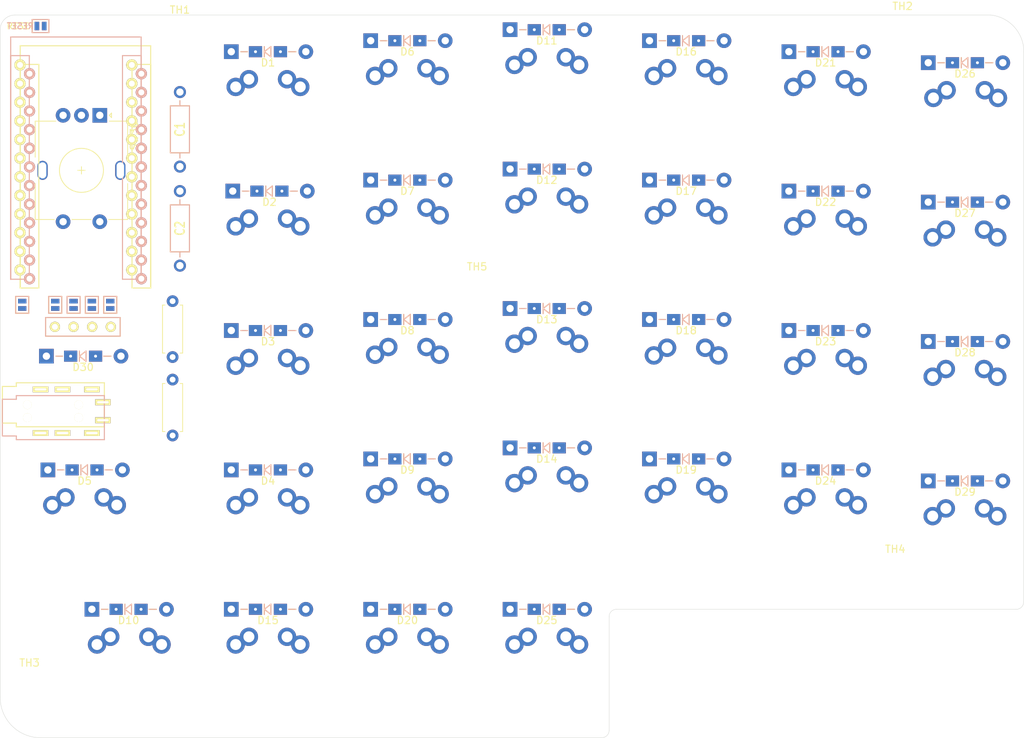
<source format=kicad_pcb>
(kicad_pcb (version 20240108) (generator "pcbnew") (generator_version "8.0")
  (layers (0 "F.Cu" signal) (31 "B.Cu" signal) (34 "B.Paste" user) (35 "F.Paste" user) (36 "B.SilkS" user "B.Silkscreen") (37 "F.SilkS" user "F.Silkscreen") (38 "B.Mask" user) (39 "F.Mask" user) (44 "Edge.Cuts" user))
  (net 0 "")
  (net 1 "GND")
  (net 2 "B")
  (net 3 "A")
  (net 4 "row0")
  (net 5 "Net-(D1-A)")
  (net 6 "Net-(D2-A)")
  (net 7 "row1")
  (net 8 "Net-(D3-A)")
  (net 9 "row2")
  (net 10 "row3")
  (net 11 "Net-(D4-A)")
  (net 12 "row4")
  (net 13 "Alt")
  (net 14 "Net-(D6-A)")
  (net 15 "Net-(D7-A)")
  (net 16 "Net-(D8-A)")
  (net 17 "Net-(D9-A)")
  (net 18 "Net-(D10-A)")
  (net 19 "Net-(D11-A)")
  (net 20 "Net-(D12-A)")
  (net 21 "Net-(D13-A)")
  (net 22 "Net-(D14-A)")
  (net 23 "Net-(D15-A)")
  (net 24 "Net-(D16-A)")
  (net 25 "Net-(D17-A)")
  (net 26 "Net-(D18-A)")
  (net 27 "Net-(D19-A)")
  (net 28 "Net-(D20-A)")
  (net 29 "Net-(D21-A)")
  (net 30 "Net-(D22-A)")
  (net 31 "Net-(D23-A)")
  (net 32 "Net-(D24-A)")
  (net 33 "Net-(D25-A)")
  (net 34 "Net-(D26-A)")
  (net 35 "Net-(D27-A)")
  (net 36 "Net-(D28-A)")
  (net 37 "Net-(D29-A)")
  (net 38 "RESET")
  (net 39 "Net-(P1-Pin_1)")
  (net 40 "VCC")
  (net 41 "Net-(P1-Pin_2)")
  (net 42 "SCL")
  (net 43 "Net-(P1-Pin_3)")
  (net 44 "SDA")
  (net 45 "Net-(P1-Pin_4)")
  (net 46 "Hand")
  (net 47 "col5")
  (net 48 "col4")
  (net 49 "col3")
  (net 50 "col2")
  (net 51 "col1")
  (net 52 "col0")
  (net 54 "DATA")
  (net 60 "Net-(D30-A)")
  (footprint "Resistor_THT:R_Axial_DIN0207_L6.3mm_D2.5mm_P7.62mm_Horizontal" (layer "F.Cu") (at 78.5 102.31 90)
    (property "Reference" "R2" (hide yes))
    (property "Value" "4k7")
    (pad "1" thru_hole circle (at 0 0 90) (size 1.6 1.6) (drill 0.8) (layers "*.Cu" "*.Mask") (net 40 "VCC"))
    (pad "2" thru_hole oval (at 7.62 0 90) (size 1.6 1.6) (drill 0.8) (layers "*.Cu" "*.Mask") (net 44 "SDA"))
  )
  (footprint "lowProfile:Diode_TH_SOD123" (layer "F.Cu") (at 167.5 69.00254)
    (property "Reference" "D22" (at 0 1.5 0) (layer "F.SilkS"))
    (property "Value" "1N4148/1N4148W" (hide yes))
    (pad "1" thru_hole rect (at -5 -0.00254 180) (size 1.99898 1.99898) (drill 1) (layers "*.Cu" "*.Mask") (net 7 "row1"))
    (pad "1" thru_hole rect (at -1.7 0) (size 1.8 1.5) (drill 0.4) (layers "*.Cu" "*.Mask") (net 7 "row1"))
    (pad "2" thru_hole rect (at 1.7 0) (size 1.8 1.5) (drill 0.4) (layers "*.Cu" "*.Mask") (net 30 "Net-(D22-A)"))
    (pad "2" thru_hole circle (at 5.16 -0.00254 180) (size 1.99898 1.99898) (drill 1) (layers "*.Cu" "*.Mask") (net 30 "Net-(D22-A)"))
  )
  (footprint "lowProfile:Gateron_Low_Profile_Socket" (layer "F.Cu") (at 186.5 80)
    (property "Reference" "SW27" (hide yes))
    (property "Value" "Kailh hotswap MX socket" (hide yes))
    (pad "" np_thru_hole circle (at -5.5 0 180) (size 1.7018 1.7018) (drill 1.7018) (layers "F&B.Cu" "*.Mask"))
    (pad "" np_thru_hole circle (at 0 0 180) (size 5 5) (drill 5) (layers "F&B.Cu" "*.Mask"))
    (pad "" np_thru_hole circle (at 5.5 0 180) (size 1.7018 1.7018) (drill 1.7018) (layers "F&B.Cu" "*.Mask"))
    (pad "1" thru_hole circle (at -4.4 -4.7 180) (size 2.5 2.5) (drill 1.5) (layers "*.Cu" "*.Mask") (net 52 "col0"))
    (pad "1" thru_hole circle (at -2.6 -5.75 180) (size 2.5 2.5) (drill 1.5) (layers "*.Cu" "*.Mask") (net 52 "col0"))
    (pad "2" thru_hole circle (at 2.6 -5.75 180) (size 2.5 2.5) (drill 1.5) (layers "*.Cu" "*.Mask") (net 35 "Net-(D27-A)"))
    (pad "2" thru_hole circle (at 4.4 -4.7 180) (size 2.5 2.5) (drill 1.5) (layers "*.Cu" "*.Mask") (net 35 "Net-(D27-A)"))
  )
  (footprint "lowProfile:Gateron_Low_Profile_Socket" (layer "F.Cu") (at 148.5 77)
    (property "Reference" "SW17" (hide yes))
    (property "Value" "Kailh hotswap MX socket" (hide yes))
    (pad "" np_thru_hole circle (at -5.5 0 180) (size 1.7018 1.7018) (drill 1.7018) (layers "F&B.Cu" "*.Mask"))
    (pad "" np_thru_hole circle (at 0 0 180) (size 5 5) (drill 5) (layers "F&B.Cu" "*.Mask"))
    (pad "" np_thru_hole circle (at 5.5 0 180) (size 1.7018 1.7018) (drill 1.7018) (layers "F&B.Cu" "*.Mask"))
    (pad "1" thru_hole circle (at -4.4 -4.7 180) (size 2.5 2.5) (drill 1.5) (layers "*.Cu" "*.Mask") (net 50 "col2"))
    (pad "1" thru_hole circle (at -2.6 -5.75 180) (size 2.5 2.5) (drill 1.5) (layers "*.Cu" "*.Mask") (net 50 "col2"))
    (pad "2" thru_hole circle (at 2.6 -5.75 180) (size 2.5 2.5) (drill 1.5) (layers "*.Cu" "*.Mask") (net 25 "Net-(D17-A)"))
    (pad "2" thru_hole circle (at 4.4 -4.7 180) (size 2.5 2.5) (drill 1.5) (layers "*.Cu" "*.Mask") (net 25 "Net-(D17-A)"))
  )
  (footprint "lowProfile:Diode_TH_SOD123" (layer "F.Cu") (at 110.5 48.5)
    (property "Reference" "D6" (at 0 1.5 0) (layer "F.SilkS"))
    (property "Value" "1N4148/1N4148W" (hide yes))
    (pad "1" thru_hole rect (at -5 -0.00254 180) (size 1.99898 1.99898) (drill 1) (layers "*.Cu" "*.Mask") (net 4 "row0"))
    (pad "1" thru_hole rect (at -1.7 0) (size 1.8 1.5) (drill 0.4) (layers "*.Cu" "*.Mask") (net 4 "row0"))
    (pad "2" thru_hole rect (at 1.7 0) (size 1.8 1.5) (drill 0.4) (layers "*.Cu" "*.Mask") (net 14 "Net-(D6-A)"))
    (pad "2" thru_hole circle (at 5.16 -0.00254 180) (size 1.99898 1.99898) (drill 1) (layers "*.Cu" "*.Mask") (net 14 "Net-(D6-A)"))
  )
  (footprint "lowProfile:Diode_TH_SOD123" (layer "F.Cu") (at 91.5 126)
    (property "Reference" "D15" (at 0 1.5 0) (layer "F.SilkS"))
    (property "Value" "1N4148/1N4148W" (hide yes))
    (pad "1" thru_hole rect (at -5 -0.00254 180) (size 1.99898 1.99898) (drill 1) (layers "*.Cu" "*.Mask") (net 12 "row4"))
    (pad "1" thru_hole rect (at -1.7 0) (size 1.8 1.5) (drill 0.4) (layers "*.Cu" "*.Mask") (net 12 "row4"))
    (pad "2" thru_hole rect (at 1.7 0) (size 1.8 1.5) (drill 0.4) (layers "*.Cu" "*.Mask") (net 23 "Net-(D15-A)"))
    (pad "2" thru_hole circle (at 5.16 -0.00254 180) (size 1.99898 1.99898) (drill 1) (layers "*.Cu" "*.Mask") (net 23 "Net-(D15-A)"))
  )
  (footprint "lowProfile:Gateron_Low_Profile_Socket" (layer "F.Cu") (at 167.5 116.5)
    (property "Reference" "SW24" (hide yes))
    (property "Value" "Kailh hotswap MX socket" (hide yes))
    (pad "" np_thru_hole circle (at -5.5 0 180) (size 1.7018 1.7018) (drill 1.7018) (layers "F&B.Cu" "*.Mask"))
    (pad "" np_thru_hole circle (at 0 0 180) (size 5 5) (drill 5) (layers "F&B.Cu" "*.Mask"))
    (pad "" np_thru_hole circle (at 5.5 0 180) (size 1.7018 1.7018) (drill 1.7018) (layers "F&B.Cu" "*.Mask"))
    (pad "1" thru_hole circle (at -4.4 -4.7 180) (size 2.5 2.5) (drill 1.5) (layers "*.Cu" "*.Mask") (net 51 "col1"))
    (pad "1" thru_hole circle (at -2.6 -5.75 180) (size 2.5 2.5) (drill 1.5) (layers "*.Cu" "*.Mask") (net 51 "col1"))
    (pad "2" thru_hole circle (at 2.6 -5.75 180) (size 2.5 2.5) (drill 1.5) (layers "*.Cu" "*.Mask") (net 32 "Net-(D24-A)"))
    (pad "2" thru_hole circle (at 4.4 -4.7 180) (size 2.5 2.5) (drill 1.5) (layers "*.Cu" "*.Mask") (net 32 "Net-(D24-A)"))
  )
  (footprint "lowProfile:Diode_TH_SOD123" (layer "F.Cu") (at 167.5 107)
    (property "Reference" "D24" (at 0 1.5 0) (layer "F.SilkS"))
    (property "Value" "1N4148/1N4148W" (hide yes))
    (pad "1" thru_hole rect (at -5 -0.00254 180) (size 1.99898 1.99898) (drill 1) (layers "*.Cu" "*.Mask") (net 10 "row3"))
    (pad "1" thru_hole rect (at -1.7 0) (size 1.8 1.5) (drill 0.4) (layers "*.Cu" "*.Mask") (net 10 "row3"))
    (pad "2" thru_hole rect (at 1.7 0) (size 1.8 1.5) (drill 0.4) (layers "*.Cu" "*.Mask") (net 32 "Net-(D24-A)"))
    (pad "2" thru_hole circle (at 5.16 -0.00254 180) (size 1.99898 1.99898) (drill 1) (layers "*.Cu" "*.Mask") (net 32 "Net-(D24-A)"))
  )
  (footprint "lowProfile:Diode_TH_SOD123" (layer "F.Cu") (at 72.5 126.00254)
    (property "Reference" "D10" (at 0 1.5 360) (layer "F.SilkS"))
    (property "Value" "1N4148/1N4148W" (hide yes))
    (pad "1" thru_hole rect (at -5 -0.00254 180) (size 1.99898 1.99898) (drill 1) (layers "*.Cu" "*.Mask") (net 12 "row4"))
    (pad "1" thru_hole rect (at -1.700001 0) (size 1.8 1.5) (drill 0.4) (layers "*.Cu" "*.Mask") (net 12 "row4"))
    (pad "2" thru_hole rect (at 1.700001 0) (size 1.8 1.5) (drill 0.4) (layers "*.Cu" "*.Mask") (net 18 "Net-(D10-A)"))
    (pad "2" thru_hole circle (at 5.16 -0.00254 180) (size 1.99898 1.99898) (drill 1) (layers "*.Cu" "*.Mask") (net 18 "Net-(D10-A)"))
  )
  (footprint "lowProfile:Gateron_Low_Profile_Socket" (layer "F.Cu") (at 110.5 58)
    (property "Reference" "SW6" (hide yes))
    (property "Value" "Kailh hotswap MX socket" (hide yes))
    (pad "" np_thru_hole circle (at -5.5 0 180) (size 1.7018 1.7018) (drill 1.7018) (layers "F&B.Cu" "*.Mask"))
    (pad "" np_thru_hole circle (at 0 0 180) (size 5 5) (drill 5) (layers "F&B.Cu" "*.Mask"))
    (pad "" np_thru_hole circle (at 5.5 0 180) (size 1.7018 1.7018) (drill 1.7018) (layers "F&B.Cu" "*.Mask"))
    (pad "1" thru_hole circle (at -4.4 -4.7 180) (size 2.5 2.5) (drill 1.5) (layers "*.Cu" "*.Mask") (net 48 "col4"))
    (pad "1" thru_hole circle (at -2.6 -5.75 180) (size 2.5 2.5) (drill 1.5) (layers "*.Cu" "*.Mask") (net 48 "col4"))
    (pad "2" thru_hole circle (at 2.6 -5.75 180) (size 2.5 2.5) (drill 1.5) (layers "*.Cu" "*.Mask") (net 14 "Net-(D6-A)"))
    (pad "2" thru_hole circle (at 4.4 -4.7 180) (size 2.5 2.5) (drill 1.5) (layers "*.Cu" "*.Mask") (net 14 "Net-(D6-A)"))
  )
  (footprint "lowProfile:Gateron_Low_Profile_Socket" (layer "F.Cu") (at 148.5 115)
    (property "Reference" "SW19" (hide yes))
    (property "Value" "Kailh hotswap MX socket" (hide yes))
    (pad "" np_thru_hole circle (at -5.5 0 180) (size 1.7018 1.7018) (drill 1.7018) (layers "F&B.Cu" "*.Mask"))
    (pad "" np_thru_hole circle (at 0 0 180) (size 5 5) (drill 5) (layers "F&B.Cu" "*.Mask"))
    (pad "" np_thru_hole circle (at 5.5 0 180) (size 1.7018 1.7018) (drill 1.7018) (layers "F&B.Cu" "*.Mask"))
    (pad "1" thru_hole circle (at -4.4 -4.7 180) (size 2.5 2.5) (drill 1.5) (layers "*.Cu" "*.Mask") (net 50 "col2"))
    (pad "1" thru_hole circle (at -2.6 -5.75 180) (size 2.5 2.5) (drill 1.5) (layers "*.Cu" "*.Mask") (net 50 "col2"))
    (pad "2" thru_hole circle (at 2.6 -5.75 180) (size 2.5 2.5) (drill 1.5) (layers "*.Cu" "*.Mask") (net 27 "Net-(D19-A)"))
    (pad "2" thru_hole circle (at 4.4 -4.7 180) (size 2.5 2.5) (drill 1.5) (layers "*.Cu" "*.Mask") (net 27 "Net-(D19-A)"))
  )
  (footprint "lowProfile:Gateron_Low_Profile_Socket" (layer "F.Cu") (at 110.5 96)
    (property "Reference" "SW8" (hide yes))
    (property "Value" "Kailh hotswap MX socket" (hide yes))
    (pad "" np_thru_hole circle (at -5.5 0 180) (size 1.7018 1.7018) (drill 1.7018) (layers "F&B.Cu" "*.Mask"))
    (pad "" np_thru_hole circle (at 0 0 180) (size 5 5) (drill 5) (layers "F&B.Cu" "*.Mask"))
    (pad "" np_thru_hole circle (at 5.5 0 180) (size 1.7018 1.7018) (drill 1.7018) (layers "F&B.Cu" "*.Mask"))
    (pad "1" thru_hole circle (at -4.4 -4.7 180) (size 2.5 2.5) (drill 1.5) (layers "*.Cu" "*.Mask") (net 48 "col4"))
    (pad "1" thru_hole circle (at -2.6 -5.75 180) (size 2.5 2.5) (drill 1.5) (layers "*.Cu" "*.Mask") (net 48 "col4"))
    (pad "2" thru_hole circle (at 2.6 -5.75 180) (size 2.5 2.5) (drill 1.5) (layers "*.Cu" "*.Mask") (net 16 "Net-(D8-A)"))
    (pad "2" thru_hole circle (at 4.4 -4.7 180) (size 2.5 2.5) (drill 1.5) (layers "*.Cu" "*.Mask") (net 16 "Net-(D8-A)"))
  )
  (footprint "lowProfile:Diode_TH_SOD123" (layer "F.Cu") (at 91.5 107.00254)
    (property "Reference" "D4" (at 0 1.5 0) (layer "F.SilkS"))
    (property "Value" "1N4148/1N4148W" (hide yes))
    (pad "1" thru_hole rect (at -5 -0.00254 180) (size 1.99898 1.99898) (drill 1) (layers "*.Cu" "*.Mask") (net 10 "row3"))
    (pad "1" thru_hole rect (at -1.7 0) (size 1.8 1.5) (drill 0.4) (layers "*.Cu" "*.Mask") (net 10 "row3"))
    (pad "2" thru_hole rect (at 1.7 0) (size 1.8 1.5) (drill 0.4) (layers "*.Cu" "*.Mask") (net 11 "Net-(D4-A)"))
    (pad "2" thru_hole circle (at 5.16 -0.00254 180) (size 1.99898 1.99898) (drill 1) (layers "*.Cu" "*.Mask") (net 11 "Net-(D4-A)"))
  )
  (footprint "lowProfile:RotaryEncoder_Alps_EC12E-Switch_Vertical_H20mm" (layer "F.Cu") (at 66.075675 66.169765 -90)
    (property "Reference" "SW30" (at -4.7 -7.2 90) (layer "F.SilkS"))
    (property "Value" "Rotary_Encoder_Switch" (hide yes))
    (pad "A" thru_hole rect (at -7.5 -2.5 270) (size 2 2) (drill 1) (layers "*.Cu" "*.Mask") (net 3 "A"))
    (pad "B" thru_hole circle (at -7.5 2.5 270) (size 2 2) (drill 1) (layers "*.Cu" "*.Mask") (net 2 "B"))
    (pad "C" thru_hole circle (at -7.5 0 270) (size 2 2) (drill 1) (layers "*.Cu" "*.Mask") (net 1 "GND"))
    (pad "MP1" thru_hole oval (at 0 -5.3 270) (size 2.6 1.4) (drill oval 2.2 1) (layers "*.Cu" "*.Mask") (net 1 "GND"))
    (pad "MP2" thru_hole oval (at 0 5.3 270) (size 2.6 1.4) (drill oval 2.2 1) (layers "*.Cu" "*.Mask") (net 1 "GND"))
    (pad "S1" thru_hole circle (at 7 -2.5 270) (size 2 2) (drill 1) (layers "*.Cu" "*.Mask") (net 60 "Net-(D30-A)"))
    (pad "S2" thru_hole circle (at 7 2.5 270) (size 2 2) (drill 1) (layers "*.Cu" "*.Mask") (net 52 "col0"))
  )
  (footprint "lowProfile:Diode_TH_SOD123" (layer "F.Cu") (at 148.5 105.50254)
    (property "Reference" "D19" (at 0 1.5 0) (layer "F.SilkS"))
    (property "Value" "1N4148/1N4148W" (hide yes))
    (pad "1" thru_hole rect (at -5 -0.00254 180) (size 1.99898 1.99898) (drill 1) (layers "*.Cu" "*.Mask") (net 10 "row3"))
    (pad "1" thru_hole rect (at -1.7 0) (size 1.8 1.5) (drill 0.4) (layers "*.Cu" "*.Mask") (net 10 "row3"))
    (pad "2" thru_hole rect (at 1.7 0) (size 1.8 1.5) (drill 0.4) (layers "*.Cu" "*.Mask") (net 27 "Net-(D19-A)"))
    (pad "2" thru_hole circle (at 5.16 -0.00254 180) (size 1.99898 1.99898) (drill 1) (layers "*.Cu" "*.Mask") (net 27 "Net-(D19-A)"))
  )
  (footprint "lowProfile:Diode_TH_SOD123" (layer "F.Cu") (at 110.5 105.50254)
    (property "Reference" "D9" (at 0 1.5 0) (layer "F.SilkS"))
    (property "Value" "1N4148/1N4148W" (hide yes))
    (pad "1" thru_hole rect (at -5 -0.00254 180) (size 1.99898 1.99898) (drill 1) (layers "*.Cu" "*.Mask") (net 10 "row3"))
    (pad "1" thru_hole rect (at -1.7 0) (size 1.8 1.5) (drill 0.4) (layers "*.Cu" "*.Mask") (net 10 "row3"))
    (pad "2" thru_hole rect (at 1.7 0) (size 1.8 1.5) (drill 0.4) (layers "*.Cu" "*.Mask") (net 17 "Net-(D9-A)"))
    (pad "2" thru_hole circle (at 5.16 -0.00254 180) (size 1.99898 1.99898) (drill 1) (layers "*.Cu" "*.Mask") (net 17 "Net-(D9-A)"))
  )
  (footprint "lowProfile:Jumper" (layer "F.Cu") (at 60.50076 46.5)
    (property "Reference" "JP2" (hide yes))
    (property "Value" "RESET" (at -2.755 0 0) (layer "F.SilkS") (effects (font (size 0.8128 0.8128))))
    (pad "1" smd rect (at -0.50038 0) (size 0.635 1.143) (layers "F.Cu" "F.Paste" "F.Mask") (net 38 "RESET") (clearance 0.1905))
    (pad "2" smd rect (at 0.50038 0) (size 0.635 1.143) (layers "F.Cu" "F.Paste" "F.Mask") (net 1 "GND") (clearance 0.1905))
  )
  (footprint "lowProfile:Gateron_Low_Profile_Socket" (layer "F.Cu") (at 91.5 97.5)
    (property "Reference" "SW3" (hide yes))
    (property "Value" "Kailh hotswap MX socket" (hide yes))
    (pad "" np_thru_hole circle (at -5.5 0 180) (size 1.7018 1.7018) (drill 1.7018) (layers "F&B.Cu" "*.Mask"))
    (pad "" np_thru_hole circle (at 0 0 180) (size 5 5) (drill 5) (layers "F&B.Cu" "*.Mask"))
    (pad "" np_thru_hole circle (at 5.5 0 180) (size 1.7018 1.7018) (drill 1.7018) (layers "F&B.Cu" "*.Mask"))
    (pad "1" thru_hole circle (at -4.4 -4.7 180) (size 2.5 2.5) (drill 1.5) (layers "*.Cu" "*.Mask") (net 47 "col5"))
    (pad "1" thru_hole circle (at -2.6 -5.75 180) (size 2.5 2.5) (drill 1.5) (layers "*.Cu" "*.Mask") (net 47 "col5"))
    (pad "2" thru_hole circle (at 2.6 -5.75 180) (size 2.5 2.5) (drill 1.5) (layers "*.Cu" "*.Mask") (net 8 "Net-(D3-A)"))
    (pad "2" thru_hole circle (at 4.4 -4.7 180) (size 2.5 2.5) (drill 1.5) (layers "*.Cu" "*.Mask") (net 8 "Net-(D3-A)"))
  )
  (footprint "lowProfile:Gateron_Low_Profile_Socket" (layer "F.Cu") (at 186.5 118)
    (property "Reference" "SW29" (hide yes))
    (property "Value" "Kailh hotswap MX socket" (hide yes))
    (pad "" np_thru_hole circle (at -5.5 0 180) (size 1.7018 1.7018) (drill 1.7018) (layers "F&B.Cu" "*.Mask"))
    (pad "" np_thru_hole circle (at 0 0 180) (size 5 5) (drill 5) (layers "F&B.Cu" "*.Mask"))
    (pad "" np_thru_hole circle (at 5.5 0 180) (size 1.7018 1.7018) (drill 1.7018) (layers "F&B.Cu" "*.Mask"))
    (pad "1" thru_hole circle (at -4.4 -4.7 180) (size 2.5 2.5) (drill 1.5) (layers "*.Cu" "*.Mask") (net 52 "col0"))
    (pad "1" thru_hole circle (at -2.6 -5.75 180) (size 2.5 2.5) (drill 1.5) (layers "*.Cu" "*.Mask") (net 52 "col0"))
    (pad "2" thru_hole circle (at 2.6 -5.75 180) (size 2.5 2.5) (drill 1.5) (layers "*.Cu" "*.Mask") (net 37 "Net-(D29-A)"))
    (pad "2" thru_hole circle (at 4.4 -4.7 180) (size 2.5 2.5) (drill 1.5) (layers "*.Cu" "*.Mask") (net 37 "Net-(D29-A)"))
  )
  (footprint "MountingHole:MountingHole_3.7mm" (layer "F.Cu") (at 59 139)
    (property "Reference" "TH3" (at 0 -5.7 0) (layer "F.SilkS"))
    (property "Value" "HOLE")
    (pad "" np_thru_hole circle (at 0 0) (size 3.7 3.7) (drill 3.7) (layers "*.Cu" "*.Mask"))
  )
  (footprint "lowProfile:Diode_TH_SOD123" (layer "F.Cu") (at 148.5 67.5)
    (property "Reference" "D17" (at 0 1.5 0) (layer "F.SilkS"))
    (property "Value" "1N4148/1N4148W" (hide yes))
    (pad "1" thru_hole rect (at -5 -0.00254 180) (size 1.99898 1.99898) (drill 1) (layers "*.Cu" "*.Mask") (net 7 "row1"))
    (pad "1" thru_hole rect (at -1.7 0) (size 1.8 1.5) (drill 0.4) (layers "*.Cu" "*.Mask") (net 7 "row1"))
    (pad "2" thru_hole rect (at 1.7 0) (size 1.8 1.5) (drill 0.4) (layers "*.Cu" "*.Mask") (net 25 "Net-(D17-A)"))
    (pad "2" thru_hole circle (at 5.16 -0.00254 180) (size 1.99898 1.99898) (drill 1) (layers "*.Cu" "*.Mask") (net 25 "Net-(D17-A)"))
  )
  (footprint "lowProfile:Diode_TH_SOD123" (layer "F.Cu") (at 148.5 48.5)
    (property "Reference" "D16" (at 0 1.5 0) (layer "F.SilkS"))
    (property "Value" "1N4148/1N4148W" (hide yes))
    (pad "1" thru_hole rect (at -5 -0.00254 180) (size 1.99898 1.99898) (drill 1) (layers "*.Cu" "*.Mask") (net 4 "row0"))
    (pad "1" thru_hole rect (at -1.7 0) (size 1.8 1.5) (drill 0.4) (layers "*.Cu" "*.Mask") (net 4 "row0"))
    (pad "2" thru_hole rect (at 1.7 0) (size 1.8 1.5) (drill 0.4) (layers "*.Cu" "*.Mask") (net 24 "Net-(D16-A)"))
    (pad "2" thru_hole circle (at 5.16 -0.00254 180) (size 1.99898 1.99898) (drill 1) (layers "*.Cu" "*.Mask") (net 24 "Net-(D16-A)"))
  )
  (footprint "lowProfile:Jumper" (layer "F.Cu") (at 58 84.49962 -90)
    (property "Reference" "JP11" (hide yes))
    (property "Value" "LEFT" (hide yes))
    (pad "1" smd rect (at -0.50038 0 270) (size 0.635 1.143) (layers "F.Cu" "F.Paste" "F.Mask") (net 46 "Hand") (clearance 0.1905))
    (pad "2" smd rect (at 0.50038 0 270) (size 0.635 1.143) (layers "F.Cu" "F.Paste" "F.Mask") (net 40 "VCC") (clearance 0.1905))
  )
  (footprint "lowProfile:Diode_TH_SOD123" (layer "F.Cu") (at 91.7 69)
    (property "Reference" "D2" (at 0 1.5 0) (layer "F.SilkS"))
    (property "Value" "1N4148/1N4148W" (hide yes))
    (pad "1" thru_hole rect (at -5 -0.00254 180) (size 1.99898 1.99898) (drill 1) (layers "*.Cu" "*.Mask") (net 7 "row1"))
    (pad "1" thru_hole rect (at -1.7 0) (size 1.8 1.5) (drill 0.4) (layers "*.Cu" "*.Mask") (net 7 "row1"))
    (pad "2" thru_hole rect (at 1.7 0) (size 1.8 1.5) (drill 0.4) (layers "*.Cu" "*.Mask") (net 6 "Net-(D2-A)"))
    (pad "2" thru_hole circle (at 5.16 -0.00254 180) (size 1.99898 1.99898) (drill 1) (layers "*.Cu" "*.Mask") (net 6 "Net-(D2-A)"))
  )
  (footprint "lowProfile:OLED_4Pin" (layer "F.Cu") (at 62.46 87.49962)
    (property "Reference" "P1" (hide yes))
    (property "Value" "OLED" (hide yes))
    (pad "1" thru_hole circle (at 0 0) (size 1.397 1.397) (drill 0.8128) (layers "*.Cu" "*.Mask" "F.SilkS") (net 39 "Net-(P1-Pin_1)"))
    (pad "2" thru_hole circle (at 2.54 0) (size 1.397 1.397) (drill 0.8128) (layers "*.Cu" "*.Mask" "F.SilkS") (net 41 "Net-(P1-Pin_2)"))
    (pad "3" thru_hole circle (at 5.08 0) (size 1.397 1.397) (drill 0.8128) (layers "*.Cu" "*.Mask" "F.SilkS") (net 43 "Net-(P1-Pin_3)"))
    (pad "4" thru_hole circle (at 7.62 0) (size 1.397 1.397) (drill 0.8128) (layers "*.Cu" "*.Mask" "F.SilkS") (net 45 "Net-(P1-Pin_4)"))
  )
  (footprint "lowProfile:Jumper" (layer "F.Cu") (at 62.5 84.5 90)
    (property "Reference" "JP3" (hide yes))
    (property "Value" "Jumper_NO_Small" (hide yes))
    (pad "1" smd rect (at -0.50038 0 90) (size 0.635 1.143) (layers "F.Cu" "F.Paste" "F.Mask") (net 39 "Net-(P1-Pin_1)") (clearance 0.1905))
    (pad "2" smd rect (at 0.50038 0 90) (size 0.635 1.143) (layers "F.Cu" "F.Paste" "F.Mask") (net 1 "GND") (clearance 0.1905))
  )
  (footprint "lowProfile:Gateron_Low_Profile_Socket" (layer "F.Cu") (at 186.5 99)
    (property "Reference" "SW28" (hide yes))
    (property "Value" "Kailh hotswap MX socket" (hide yes))
    (pad "" np_thru_hole circle (at -5.5 0 180) (size 1.7018 1.7018) (drill 1.7018) (layers "F&B.Cu" "*.Mask"))
    (pad "" np_thru_hole circle (at 0 0 180) (size 5 5) (drill 5) (layers "F&B.Cu" "*.Mask"))
    (pad "" np_thru_hole circle (at 5.5 0 180) (size 1.7018 1.7018) (drill 1.7018) (layers "F&B.Cu" "*.Mask"))
    (pad "1" thru_hole circle (at -4.4 -4.7 180) (size 2.5 2.5) (drill 1.5) (layers "*.Cu" "*.Mask") (net 52 "col0"))
    (pad "1" thru_hole circle (at -2.6 -5.75 180) (size 2.5 2.5) (drill 1.5) (layers "*.Cu" "*.Mask") (net 52 "col0"))
    (pad "2" thru_hole circle (at 2.6 -5.75 180) (size 2.5 2.5) (drill 1.5) (layers "*.Cu" "*.Mask") (net 36 "Net-(D28-A)"))
    (pad "2" thru_hole circle (at 4.4 -4.7 180) (size 2.5 2.5) (drill 1.5) (layers "*.Cu" "*.Mask") (net 36 "Net-(D28-A)"))
  )
  (footprint "MountingHole:MountingHole_3.7mm" (layer "F.Cu") (at 178 48.5)
    (property "Reference" "TH2" (at 0 -4.7 0) (layer "F.SilkS"))
    (property "Value" "HOLE")
    (pad "" np_thru_hole circle (at 0 0) (size 3.7 3.7) (drill 3.7) (layers "*.Cu" "*.Mask"))
  )
  (footprint "lowProfile:Gateron_Low_Profile_Socket" (layer "F.Cu") (at 148.5 58)
    (property "Reference" "SW16" (hide yes))
    (property "Value" "Kailh hotswap MX socket" (hide yes))
    (pad "" np_thru_hole circle (at -5.5 0 180) (size 1.7018 1.7018) (drill 1.7018) (layers "F&B.Cu" "*.Mask"))
    (pad "" np_thru_hole circle (at 0 0 180) (size 5 5) (drill 5) (layers "F&B.Cu" "*.Mask"))
    (pad "" np_thru_hole circle (at 5.5 0 180) (size 1.7018 1.7018) (drill 1.7018) (layers "F&B.Cu" "*.Mask"))
    (pad "1" thru_hole circle (at -4.4 -4.7 180) (size 2.5 2.5) (drill 1.5) (layers "*.Cu" "*.Mask") (net 50 "col2"))
    (pad "1" thru_hole circle (at -2.6 -5.75 180) (size 2.5 2.5) (drill 1.5) (layers "*.Cu" "*.Mask") (net 50 "col2"))
    (pad "2" thru_hole circle (at 2.6 -5.75 180) (size 2.5 2.5) (drill 1.5) (layers "*.Cu" "*.Mask") (net 24 "Net-(D16-A)"))
    (pad "2" thru_hole circle (at 4.4 -4.7 180) (size 2.5 2.5) (drill 1.5) (layers "*.Cu" "*.Mask") (net 24 "Net-(D16-A)"))
  )
  (footprint "lowProfile:Diode_TH_SOD123" (layer "F.Cu") (at 129.5 66)
    (property "Reference" "D12" (at 0 1.5 0) (layer "F.SilkS"))
    (property "Value" "1N4148/1N4148W" (hide yes))
    (pad "1" thru_hole rect (at -5 -0.00254 180) (size 1.99898 1.99898) (drill 1) (layers "*.Cu" "*.Mask") (net 7 "row1"))
    (pad "1" thru_hole rect (at -1.7 0) (size 1.8 1.5) (drill 0.4) (layers "*.Cu" "*.Mask") (net 7 "row1"))
    (pad "2" thru_hole rect (at 1.7 0) (size 1.8 1.5) (drill 0.4) (layers "*.Cu" "*.Mask") (net 20 "Net-(D12-A)"))
    (pad "2" thru_hole circle (at 5.16 -0.00254 180) (size 1.99898 1.99898) (drill 1) (layers "*.Cu" "*.Mask") (net 20 "Net-(D12-A)"))
  )
  (footprint "lowProfile:Diode_TH_SOD123" (layer "F.Cu") (at 148.5 86.5)
    (property "Reference" "D18" (at 0 1.5 0) (layer "F.SilkS"))
    (property "Value" "1N4148/1N4148W" (hide yes))
    (pad "1" thru_hole rect (at -5 -0.00254 180) (size 1.99898 1.99898) (drill 1) (layers "*.Cu" "*.Mask") (net 9 "row2"))
    (pad "1" thru_hole rect (at -1.7 0) (size 1.8 1.5) (drill 0.4) (layers "*.Cu" "*.Mask") (net 9 "row2"))
    (pad "2" thru_hole rect (at 1.7 0) (size 1.8 1.5) (drill 0.4) (layers "*.Cu" "*.Mask") (net 26 "Net-(D18-A)"))
    (pad "2" thru_hole circle (at 5.16 -0.00254 180) (size 1.99898 1.99898) (drill 1) (layers "*.Cu" "*.Mask") (net 26 "Net-(D18-A)"))
  )
  (footprint "MountingHole:MountingHole_3.7mm" (layer "F.Cu") (at 177 122.5)
    (property "Reference" "TH4" (at 0 -4.7 0) (layer "F.SilkS"))
    (property "Value" "HOLE")
    (pad "" np_thru_hole circle (at 0 0) (size 3.7 3.7) (drill 3.7) (layers "*.Cu" "*.Mask"))
  )
  (footprint "lowProfile:Diode_TH_SOD123" (layer "F.Cu") (at 66.5 107)
    (property "Reference" "D5" (at 0 1.5 0) (layer "F.SilkS"))
    (property "Value" "1N4148/1N4148W" (hide yes))
    (pad "1" thru_hole rect (at -5 -0.00254 180) (size 1.99898 1.99898) (drill 1) (layers "*.Cu" "*.Mask") (net 12 "row4"))
    (pad "1" thru_hole rect (at -1.7 0) (size 1.8 1.5) (drill 0.4) (layers "*.Cu" "*.Mask") (net 12 "row4"))
    (pad "2" thru_hole rect (at 1.7 0) (size 1.8 1.5) (drill 0.4) (layers "*.Cu" "*.Mask") (net 13 "Alt"))
    (pad "2" thru_hole circle (at 5.16 -0.00254 180) (size 1.99898 1.99898) (drill 1) (layers "*.Cu" "*.Mask") (net 13 "Alt"))
  )
  (footprint "lowProfile:Diode_TH_SOD123" (layer "F.Cu") (at 129.5 47)
    (property "Reference" "D11" (at 0 1.5 0) (layer "F.SilkS"))
    (property "Value" "1N4148/1N4148W" (hide yes))
    (pad "1" thru_hole rect (at -5 -0.00254 180) (size 1.99898 1.99898) (drill 1) (layers "*.Cu" "*.Mask") (net 4 "row0"))
    (pad "1" thru_hole rect (at -1.7 0) (size 1.8 1.5) (drill 0.4) (layers "*.Cu" "*.Mask") (net 4 "row0"))
    (pad "2" thru_hole rect (at 1.7 0) (size 1.8 1.5) (drill 0.4) (layers "*.Cu" "*.Mask") (net 19 "Net-(D11-A)"))
    (pad "2" thru_hole circle (at 5.16 -0.00254 180) (size 1.99898 1.99898) (drill 1) (layers "*.Cu" "*.Mask") (net 19 "Net-(D11-A)"))
  )
  (footprint "lowProfile:Gateron_Low_Profile_Socket" (layer "F.Cu") (at 129.5 113.5)
    (property "Reference" "SW14" (hide yes))
    (property "Value" "Kailh hotswap MX socket" (hide yes))
    (pad "" np_thru_hole circle (at -5.5 0 180) (size 1.7018 1.7018) (drill 1.7018) (layers "F&B.Cu" "*.Mask"))
    (pad "" np_thru_hole circle (at 0 0 180) (size 5 5) (drill 5) (layers "F&B.Cu" "*.Mask"))
    (pad "" np_thru_hole circle (at 5.5 0 180) (size 1.7018 1.7018) (drill 1.7018) (layers "F&B.Cu" "*.Mask"))
    (pad "1" thru_hole circle (at -4.4 -4.7 180) (size 2.5 2.5) (drill 1.5) (layers "*.Cu" "*.Mask") (net 49 "col3"))
    (pad "1" thru_hole circle (at -2.6 -5.75 180) (size 2.5 2.5) (drill 1.5) (layers "*.Cu" "*.Mask") (net 49 "col3"))
    (pad "2" thru_hole circle (at 2.6 -5.75 180) (size 2.5 2.5) (drill 1.5) (layers "*.Cu" "*.Mask") (net 22 "Net-(D14-A)"))
    (pad "2" thru_hole circle (at 4.4 -4.7 180) (size 2.5 2.5) (drill 1.5) (layers "*.Cu" "*.Mask") (net 22 "Net-(D14-A)"))
  )
  (footprint "lowProfile:Gateron_Low_Profile_Socket" (layer "F.Cu") (at 110.5 77)
    (property "Reference" "SW7" (hide yes))
    (property "Value" "Kailh hotswap MX socket" (hide yes))
    (pad "" np_thru_hole circle (at -5.5 0 180) (size 1.7018 1.7018) (drill 1.7018) (layers "F&B.Cu" "*.Mask"))
    (pad "" np_thru_hole circle (at 0 0 180) (size 5 5) (drill 5) (layers "F&B.Cu" "*.Mask"))
    (pad "" np_thru_hole circle (at 5.5 0 180) (size 1.7018 1.7018) (drill 1.7018) (layers "F&B.Cu" "*.Mask"))
    (pad "1" thru_hole circle (at -4.4 -4.7 180) (size 2.5 2.5) (drill 1.5) (layers "*.Cu" "*.Mask") (net 48 "col4"))
    (pad "1" thru_hole circle (at -2.6 -5.75 180) (size 2.5 2.5) (drill 1.5) (layers "*.Cu" "*.Mask") (net 48 "col4"))
    (pad "2" thru_hole circle (at 2.6 -5.75 180) (size 2.5 2.5) (drill 1.5) (layers "*.Cu" "*.Mask") (net 15 "Net-(D7-A)"))
    (pad "2" thru_hole circle (at 4.4 -4.7 180) (size 2.5 2.5) (drill 1.5) (layers "*.Cu" "*.Mask") (net 15 "Net-(D7-A)"))
  )
  (footprint "lowProfile:Diode_TH_SOD123" (layer "F.Cu") (at 186.5 89.5)
    (property "Reference" "D28" (at 0 1.5 0) (layer "F.SilkS"))
    (property "Value" "1N4148/1N4148W" (hide yes))
    (pad "1" thru_hole rect (at -5 -0.00254 180) (size 1.99898 1.99898) (drill 1) (layers "*.Cu" "*.Mask") (net 9 "row2"))
    (pad "1" thru_hole rect (at -1.7 0) (size 1.8 1.5) (drill 0.4) (layers "*.Cu" "*.Mask") (net 9 "row2"))
    (pad "2" thru_hole rect (at 1.7 0) (size 1.8 1.5) (drill 0.4) (layers "*.Cu" "*.Mask") (net 36 "Net-(D28-A)"))
    (pad "2" thru_hole circle (at 5.16 -0.00254 180) (size 1.99898 1.99898) (drill 1) (layers "*.Cu" "*.Mask") (net 36 "Net-(D28-A)"))
  )
  (footprint "lowProfile:Gateron_Low_Profile_Socket" (layer "F.Cu") (at 91.5 78.5)
    (property "Reference" "SW2" (hide yes))
    (property "Value" "Kailh hotswap MX socket" (hide yes))
    (pad "" np_thru_hole circle (at -5.5 0 180) (size 1.7018 1.7018) (drill 1.7018) (layers "F&B.Cu" "*.Mask"))
    (pad "" np_thru_hole circle (at 0 0 180) (size 5 5) (drill 5) (layers "F&B.Cu" "*.Mask"))
    (pad "" np_thru_hole circle (at 5.5 0 180) (size 1.7018 1.7018) (drill 1.7018) (layers "F&B.Cu" "*.Mask"))
    (pad "1" thru_hole circle (at -4.4 -4.7 180) (size 2.5 2.5) (drill 1.5) (layers "*.Cu" "*.Mask") (net 47 "col5"))
    (pad "1" thru_hole circle (at -2.6 -5.75 180) (size 2.5 2.5) (drill 1.5) (layers "*.Cu" "*.Mask") (net 47 "col5"))
    (pad "2" thru_hole circle (at 2.6 -5.75 180) (size 2.5 2.5) (drill 1.5) (layers "*.Cu" "*.Mask") (net 6 "Net-(D2-A)"))
    (pad "2" thru_hole circle (at 4.4 -4.7 180) (size 2.5 2.5) (drill 1.5) (layers "*.Cu" "*.Mask") (net 6 "Net-(D2-A)"))
  )
  (footprint "lowProfile:Gateron_Low_Profile_Socket" (layer "F.Cu") (at 110.5 135.5)
    (property "Reference" "SW20" (hide yes))
    (property "Value" "Kailh hotswap MX socket" (hide yes))
    (pad "" np_thru_hole circle (at -5.5 0 180) (size 1.7018 1.7018) (drill 1.7018) (layers "F&B.Cu" "*.Mask"))
    (pad "" np_thru_hole circle (at 0 0 180) (size 5 5) (drill 5) (layers "F&B.Cu" "*.Mask"))
    (pad "" np_thru_hole circle (at 5.5 0 180) (size 1.7018 1.7018) (drill 1.7018) (layers "F&B.Cu" "*.Mask"))
    (pad "1" thru_hole circle (at -4.4 -4.7 180) (size 2.5 2.5) (drill 1.5) (layers "*.Cu" "*.Mask") (net 50 "col2"))
    (pad "1" thru_hole circle (at -2.6 -5.75 180) (size 2.5 2.5) (drill 1.5) (layers "*.Cu" "*.Mask") (net 50 "col2"))
    (pad "2" thru_hole circle (at 2.6 -5.75 180) (size 2.5 2.5) (drill 1.5) (layers "*.Cu" "*.Mask") (net 28 "Net-(D20-A)"))
    (pad "2" thru_hole circle (at 4.4 -4.7 180) (size 2.5 2.5) (drill 1.5) (layers "*.Cu" "*.Mask") (net 28 "Net-(D20-A)"))
  )
  (footprint "lowProfile:Diode_TH_SOD123" (layer "F.Cu") (at 186.5 70.50254)
    (property "Reference" "D27" (at 0 1.5 0) (layer "F.SilkS"))
    (property "Value" "1N4148/1N4148W" (hide yes))
    (pad "1" thru_hole rect (at -5 -0.00254 180) (size 1.99898 1.99898) (drill 1) (layers "*.Cu" "*.Mask") (net 7 "row1"))
    (pad "1" thru_hole rect (at -1.7 0) (size 1.8 1.5) (drill 0.4) (layers "*.Cu" "*.Mask") (net 7 "row1"))
    (pad "2" thru_hole rect (at 1.7 0) (size 1.8 1.5) (drill 0.4) (layers "*.Cu" "*.Mask") (net 35 "Net-(D27-A)"))
    (pad "2" thru_hole circle (at 5.16 -0.00254 180) (size 1.99898 1.99898) (drill 1) (layers "*.Cu" "*.Mask") (net 35 "Net-(D27-A)"))
  )
  (footprint "lowProfile:Gateron_Low_Profile_Socket" (layer "F.Cu") (at 129.5 94.5)
    (property "Reference" "SW13" (hide yes))
    (property "Value" "Kailh hotswap MX socket" (hide yes))
    (pad "" np_thru_hole circle (at -5.5 0 180) (size 1.7018 1.7018) (drill 1.7018) (layers "F&B.Cu" "*.Mask"))
    (pad "" np_thru_hole circle (at 0 0 180) (size 5 5) (drill 5) (layers "F&B.Cu" "*.Mask"))
    (pad "" np_thru_hole circle (at 5.5 0 180) (size 1.7018 1.7018) (drill 1.7018) (layers "F&B.Cu" "*.Mask"))
    (pad "1" thru_hole circle (at -4.4 -4.7 180) (size 2.5 2.5) (drill 1.5) (layers "*.Cu" "*.Mask") (net 49 "col3"))
    (pad "1" thru_hole circle (at -2.6 -5.75 180) (size 2.5 2.5) (drill 1.5) (layers "*.Cu" "*.Mask") (net 49 "col3"))
    (pad "2" thru_hole circle (at 2.6 -5.75 180) (size 2.5 2.5) (drill 1.5) (layers "*.Cu" "*.Mask") (net 21 "Net-(D13-A)"))
    (pad "2" thru_hole circle (at 4.4 -4.7 180) (size 2.5 2.5) (drill 1.5) (layers "*.Cu" "*.Mask") (net 21 "Net-(D13-A)"))
  )
  (footprint "lowProfile:Gateron_Low_Profile_Socket" (layer "F.Cu") (at 72.600001 135.5)
    (property "Reference" "SW10" (hide yes))
    (property "Value" "Kailh hotswap MX socket" (hide yes))
    (pad "" np_thru_hole circle (at -5.5 0 180) (size 1.7018 1.7018) (drill 1.7018) (layers "F&B.Cu" "*.Mask"))
    (pad "" np_thru_hole circle (at 0 0 45) (size 5 5) (drill 5) (layers "F&B.Cu" "*.Mask"))
    (pad "" np_thru_hole circle (at 5.5 0 180) (size 1.7018 1.7018) (drill 1.7018) (layers "F&B.Cu" "*.Mask"))
    (pad "1" thru_hole circle (at -4.4 -4.7 180) (size 2.5 2.5) (drill 1.5) (layers "*.Cu" "*.Mask") (net 48 "col4"))
    (pad "1" thru_hole circle (at -2.600001 -5.75 180) (size 2.5 2.5) (drill 1.5) (layers "*.Cu" "*.Mask") (net 48 "col4"))
    (pad "2" thru_hole circle (at 2.600001 -5.75 180) (size 2.5 2.5) (drill 1.5) (layers "*.Cu" "*.Mask") (net 18 "Net-(D10-A)"))
    (pad "2" thru_hole circle (at 4.4 -4.7 180) (size 2.5 2.5) (drill 1.5) (layers "*.Cu" "*.Mask") (net 18 "Net-(D10-A)"))
  )
  (footprint "lowProfile:Diode_TH_SOD123" (layer "F.Cu") (at 129.5 126)
    (property "Reference" "D25" (at 0 1.5 0) (layer "F.SilkS"))
    (property "Value" "1N4148/1N4148W" (hide yes))
    (pad "1" thru_hole rect (at -5 -0.00254 180) (size 1.99898 1.99898) (drill 1) (layers "*.Cu" "*.Mask") (net 12 "row4"))
    (pad "1" thru_hole rect (at -1.7 0) (size 1.8 1.5) (drill 0.4) (layers "*.Cu" "*.Mask") (net 12 "row4"))
    (pad "2" thru_hole rect (at 1.7 0) (size 1.8 1.5) (drill 0.4) (layers "*.Cu" "*.Mask") (net 33 "Net-(D25-A)"))
    (pad "2" thru_hole circle (at 5.16 -0.00254 180) (size 1.99898 1.99898) (drill 1) (layers "*.Cu" "*.Mask") (net 33 "Net-(D25-A)"))
  )
  (footprint "lowProfile:Gateron_Low_Profile_Socket" (layer "F.Cu") (at 148.5 96.1)
    (property "Reference" "SW18" (hide yes))
    (property "Value" "Kailh hotswap MX socket" (hide yes))
    (pad "" np_thru_hole circle (at -5.5 0 180) (size 1.7018 1.7018) (drill 1.7018) (layers "F&B.Cu" "*.Mask"))
    (pad "" np_thru_hole circle (at 0 0 180) (size 5 5) (drill 5) (layers "F&B.Cu" "*.Mask"))
    (pad "" np_thru_hole circle (at 5.5 0 180) (size 1.7018 1.7018) (drill 1.7018) (layers "F&B.Cu" "*.Mask"))
    (pad "1" thru_hole circle (at -4.4 -4.7 180) (size 2.5 2.5) (drill 1.5) (layers "*.Cu" "*.Mask") (net 50 "col2"))
    (pad "1" thru_hole circle (at -2.6 -5.75 180) (size 2.5 2.5) (drill 1.5) (layers "*.Cu" "*.Mask") (net 50 "col2"))
    (pad "2" thru_hole circle (at 2.6 -5.75 180) (size 2.5 2.5) (drill 1.5) (layers "*.Cu" "*.Mask") (net 26 "Net-(D18-A)"))
    (pad "2" thru_hole circle (at 4.4 -4.7 180) (size 2.5 2.5) (drill 1.5) (layers "*.Cu" "*.Mask") (net 26 "Net-(D18-A)"))
  )
  (footprint "lowProfile:Gateron_Low_Profile_Socket" (layer "F.Cu") (at 167.5 97.5)
    (property "Reference" "SW23" (hide yes))
    (property "Value" "Kailh hotswap MX socket" (hide yes))
    (pad "" np_thru_hole circle (at -5.5 0 180) (size 1.7018 1.7018) (drill 1.7018) (layers "F&B.Cu" "*.Mask"))
    (pad "" np_thru_hole circle (at 0 0 180) (size 5 5) (drill 5) (layers "F&B.Cu" "*.Mask"))
    (pad "" np_thru_hole circle (at 5.5 0 180) (size 1.7018 1.7018) (drill 1.7018) (layers "F&B.Cu" "*.Mask"))
    (pad "1" thru_hole circle (at -4.4 -4.7 180) (size 2.5 2.5) (drill 1.5) (layers "*.Cu" "*.Mask") (net 51 "col1"))
    (pad "1" thru_hole circle (at -2.6 -5.75 180) (size 2.5 2.5) (drill 1.5) (layers "*.Cu" "*.Mask") (net 51 "col1"))
    (pad "2" thru_hole circle (at 2.6 -5.75 180) (size 2.5 2.5) (drill 1.5) (layers "*.Cu" "*.Mask") (net 31 "Net-(D23-A)"))
    (pad "2" thru_hole circle (at 4.4 -4.7 180) (size 2.5 2.5) (drill 1.5) (layers "*.Cu" "*.Mask") (net 31 "Net-(D23-A)"))
  )
  (footprint "lowProfile:Diode_TH_SOD123" (layer "F.Cu") (at 167.5 50)
    (property "Reference" "D21" (at 0 1.5 0) (layer "F.SilkS"))
    (property "Value" "1N4148/1N4148W" (hide yes))
    (pad "1" thru_hole rect (at -5 -0.00254 180) (size 1.99898 1.99898) (drill 1) (layers "*.Cu" "*.Mask") (net 4 "row0"))
    (pad "1" thru_hole rect (at -1.7 0) (size 1.8 1.5) (drill 0.4) (layers "*.Cu" "*.Mask") (net 4 "row0"))
    (pad "2" thru_hole rect (at 1.7 0) (size 1.8 1.5) (drill 0.4) (layers "*.Cu" "*.Mask") (net 29 "Net-(D21-A)"))
    (pad "2" thru_hole circle (at 5.16 -0.00254 180) (size 1.99898 1.99898) (drill 1) (layers "*.Cu" "*.Mask") (net 29 "Net-(D21-A)"))
  )
  (footprint "lowProfile:RESISTOR" (layer "F.Cu") (at 79.5 60.58 90)
    (property "Reference" "C1" (at 0 0 270) (layer "F.SilkS") (effects (font (size 1.27 1.016) (thickness 0.2032))))
    (property "Value" "100nF" (hide yes))
    (pad "1" thru_hole circle (at -5.08 0 90) (size 1.651 1.651) (drill 1) (layers "*.Cu" "*.Mask") (net 2 "B"))
    (pad "2" thru_hole circle (at 5.08 0 90) (size 1.651 1.651) (drill 1) (layers "*.Cu" "*.Mask") (net 1 "GND"))
  )
  (footprint "lowProfile:Gateron_Low_Profile_Socket" (layer "F.Cu") (at 167.5 59.5)
    (property "Reference" "SW21" (hide yes))
    (property "Value" "Kailh hotswap MX socket" (hide yes))
    (pad "" np_thru_hole circle (at -5.5 0 180) (size 1.7018 1.7018) (drill 1.7018) (layers "F&B.Cu" "*.Mask"))
    (pad "" np_thru_hole circle (at 0 0 180) (size 5 5) (drill 5) (layers "F&B.Cu" "*.Mask"))
    (pad "" np_thru_hole circle (at 5.5 0 180) (size 1.7018 1.7018) (drill 1.7018) (layers "F&B.Cu" "*.Mask"))
    (pad "1" thru_hole circle (at -4.4 -4.7 180) (size 2.5 2.5) (drill 1.5) (layers "*.Cu" "*.Mask") (net 51 "col1"))
    (pad "1" thru_hole circle (at -2.6 -5.75 180) (size 2.5 2.5) (drill 1.5) (layers "*.Cu" "*.Mask") (net 51 "col1"))
    (pad "2" thru_hole circle (at 2.6 -5.75 180) (size 2.5 2.5) (drill 1.5) (layers "*.Cu" "*.Mask") (net 29 "Net-(D21-A)"))
    (pad "2" thru_hole circle (at 4.4 -4.7 180) (size 2.5 2.5) (drill 1.5) (layers "*.Cu" "*.Mask") (net 29 "Net-(D21-A)"))
  )
  (footprint "lowProfile:Gateron_Low_Profile_Socket" (layer "F.Cu") (at 91.5 135.5)
    (property "Reference" "SW15" (hide yes))
    (property "Value" "Kailh hotswap MX socket" (hide yes))
    (pad "" np_thru_hole circle (at -5.5 0 180) (size 1.7018 1.7018) (drill 1.7018) (layers "F&B.Cu" "*.Mask"))
    (pad "" np_thru_hole circle (at 0 0 180) (size 5 5) (drill 5) (layers "F&B.Cu" "*.Mask"))
    (pad "" np_thru_hole circle (at 5.5 0 180) (size 1.7018 1.7018) (drill 1.7018) (layers "F&B.Cu" "*.Mask"))
    (pad "1" thru_hole circle (at -4.4 -4.7 180) (size 2.5 2.5) (drill 1.5) (layers "*.Cu" "*.Mask") (net 49 "col3"))
    (pad "1" thru_hole circle (at -2.6 -5.75 180) (size 2.5 2.5) (drill 1.5) (layers "*.Cu" "*.Mask") (net 49 "col3"))
    (pad "2" thru_hole circle (at 2.6 -5.75 180) (size 2.5 2.5) (drill 1.5) (layers "*.Cu" "*.Mask") (net 23 "Net-(D15-A)"))
    (pad "2" thru_hole circle (at 4.4 -4.7 180) (size 2.5 2.5) (drill 1.5) (layers "*.Cu" "*.Mask") (net 23 "Net-(D15-A)"))
  )
  (footprint "lowProfile:ProMicro_rev2" (layer "F.Cu") (at 66.521185 66.574255)
    (property "Reference" "U1" (hide yes))
    (property "Value" "ProMicro" (hide yes))
    (pad "1" thru_hole circle (at -8.82 -14.77) (size 1.524 1.524) (drill 0.8128) (layers "*.Cu" "*.Mask" "F.SilkS"))
    (pad "1" thru_hole circle (at 7.718815 -13.574255 180) (size 1.524 1.524) (drill 0.8128) (layers "*.Cu" "*.Mask" "B.SilkS"))
    (pad "2" thru_hole circle (at -8.82 -12.23) (size 1.524 1.524) (drill 0.8128) (layers "*.Cu" "*.Mask" "F.SilkS") (net 54 "DATA"))
    (pad "2" thru_hole circle (at 7.718815 -11.034255 180) (size 1.524 1.524) (drill 0.8128) (layers "*.Cu" "*.Mask" "B.SilkS") (net 54 "DATA"))
    (pad "3" thru_hole circle (at -8.82 -9.69) (size 1.524 1.524) (drill 0.8128) (layers "*.Cu" "*.Mask" "F.SilkS") (net 1 "GND"))
    (pad "3" thru_hole circle (at 7.718815 -8.494255 180) (size 1.524 1.524) (drill 0.8128) (layers "*.Cu" "*.Mask" "B.SilkS") (net 1 "GND"))
    (pad "4" thru_hole circle (at -8.82 -7.15) (size 1.524 1.524) (drill 0.8128) (layers "*.Cu" "*.Mask" "F.SilkS") (net 1 "GND"))
    (pad "4" thru_hole circle (at 7.718815 -5.954255 180) (size 1.524 1.524) (drill 0.8128) (layers "*.Cu" "*.Mask" "B.SilkS") (net 1 "GND"))
    (pad "5" thru_hole circle (at -8.82 -4.61) (size 1.524 1.524) (drill 0.8128) (layers "*.Cu" "*.Mask" "F.SilkS") (net 44 "SDA"))
    (pad "5" thru_hole circle (at 7.718815 -3.414255 180) (size 1.524 1.524) (drill 0.8128) (layers "*.Cu" "*.Mask" "B.SilkS") (net 44 "SDA"))
    (pad "6" thru_hole circle (at -8.82 -2.07) (size 1.524 1.524) (drill 0.8128) (layers "*.Cu" "*.Mask" "F.SilkS") (net 42 "SCL"))
    (pad "6" thru_hole circle (at 7.718815 -0.874255 180) (size 1.524 1.524) (drill 0.8128) (layers "*.Cu" "*.Mask" "B.SilkS") (net 42 "SCL"))
    (pad "7" thru_hole circle (at -8.82 0.47) (size 1.524 1.524) (drill 0.8128) (layers "*.Cu" "*.Mask" "F.SilkS") (net 4 "row0"))
    (pad "7" thru_hole circle (at 7.718815 1.665745 180) (size 1.524 1.524) (drill 0.8128) (layers "*.Cu" "*.Mask" "B.SilkS") (net 4 "row0"))
    (pad "8" thru_hole circle (at -8.82 3.01) (size 1.524 1.524) (drill 0.8128) (layers "*.Cu" "*.Mask" "F.SilkS") (net 7 "row1"))
    (pad "8" thru_hole circle (at 7.718815 4.205745 180) (size 1.524 1.524) (drill 0.8128) (layers "*.Cu" "*.Mask" "B.SilkS") (net 7 "row1"))
    (pad "9" thru_hole circle (at -8.82 5.55) (size 1.524 1.524) (drill 0.8128) (layers "*.Cu" "*.Mask" "F.SilkS") (net 9 "row2"))
    (pad "9" thru_hole circle (at 7.718815 6.745745 180) (size 1.524 1.524) (drill 0.8128) (layers "*.Cu" "*.Mask" "B.SilkS") (net 9 "row2"))
    (pad "10" thru_hole circle (at -8.82 8.09) (size 1.524 1.524) (drill 0.8128) (layers "*.Cu" "*.Mask" "F.SilkS") (net 10 "row3"))
    (pad "10" thru_hole circle (at 7.718815 9.285745 180) (size 1.524 1.524) (drill 0.8128) (layers "*.Cu" "*.Mask" "B.SilkS") (net 10 "row3"))
    (pad "11" thru_hole circle (at -8.82 10.63) (size 1.524 1.524) (drill 0.8128) (layers "*.Cu" "*.Mask" "F.SilkS") (net 12 "row4"))
    (pad "11" thru_hole circle (at 7.718815 11.825745 180) (size 1.524 1.524) (drill 0.8128) (layers "*.Cu" "*.Mask" "B.SilkS") (net 12 "row4"))
    (pad "12" thru_hole circle (at -8.82 13.17) (size 1.524 1.524) (drill 0.8128) (layers "*.Cu" "*.Mask" "F.SilkS") (net 46 "Hand"))
    (pad "12" thru_hole circle (at 7.718815 14.365745 180) (size 1.524 1.524) (drill 0.8128) (layers "*.Cu" "*.Mask" "B.SilkS") (net 46 "Hand"))
    (pad "13" thru_hole circle (at -7.521185 14.365745 180) (size 1.524 1.524) (drill 0.8128) (layers "*.Cu" "*.Mask" "B.SilkS") (net 49 "col3"))
    (pad "13" thru_hole circle (at 6.42 13.17) (size 1.524 1.524) (drill 0.8128) (layers "*.Cu" "*.Mask" "F.SilkS") (net 49 "col3"))
    (pad "14" thru_hole circle (at -7.521185 11.825745 180) (size 1.524 1.524) (drill 0.8128) (layers "*.Cu" "*.Mask" "B.SilkS") (net 51 "col1"))
    (pad "14" thru_hole circle (at 6.42 10.63) (size 1.524 1.524) (drill 0.8128) (layers "*.Cu" "*.Mask" "F.SilkS") (net 51 "col1"))
    (pad "15" thru_hole circle (at -7.521185 9.285745 180) (size 1.524 1.524) (drill 0.8128) (layers "*.Cu" "*.Mask" "B.SilkS") (net 50 "col2"))
    (pad "15" thru_hole circle (at 6.42 8.09) (size 1.524 1.524) (drill 0.8128) (layers "*.Cu" "*.Mask" "F.SilkS") (net 50 "col2"))
    (pad "16" thru_hole circle (at -7.521185 6.745745 180) (size 1.524 1.524) (drill 0.8128) (layers "*.Cu" "*.Mask" "B.SilkS") (net 52 "col0"))
    (pad "16" thru_hole circle (at 6.42 5.55) (size 1.524 1.524) (drill 0.8128) (layers "*.Cu" "*.Mask" "F.SilkS") (net 52 "col0"))
    (pad "17" thru_hole circle (at -7.521185 4.205745 180) (size 1.524 1.524) (drill 0.8128) (layers "*.Cu" "*.Mask" "B.SilkS") (net 48 "col4"))
    (pad "17" thru_hole circle (at 6.42 3.01) (size 1.524 1.524) (drill 0.8128) (layers "*.Cu" "*.Mask" "F.SilkS") (net 48 "col4"))
    (pad "18" thru_hole circle (at -7.521185 1.665745 180) (size 1.524 1.524) (drill 0.8128) (layers "*.Cu" "*.Mask" "B.SilkS") (net 47 "col5"))
    (pad "18" thru_hole circle (at 6.42 0.47) (size 1.524 1.524) (drill 0.8128) (layers "*.Cu" "*.Mask" "F.SilkS") (net 47 "col5"))
    (pad "19" thru_hole circle (at -7.521185 -0.874255 180) (size 1.524 1.524) (drill 0.8128) (layers "*.Cu" "*.Mask" "B.SilkS") (net 3 "A"))
    (pad "19" thru_hole circle (at 6.42 -2.07) (size 1.524 1.524) (drill 0.8128) (layers "*.Cu" "*.Mask" "F.SilkS") (net 3 "A"))
    (pad "20" thru_hole circle (at -7.521185 -3.414255 180) (size 1.524 1.524) (drill 0.8128) (layers "*.Cu" "*.Mask" "B.SilkS") (net 2 "B"))
    (pad "20" thru_hole circle (at 6.42 -4.61) (size 1.524 1.524) (drill 0.8128) (layers "*.Cu" "*.Mask" "F.SilkS") (net 2 "B"))
    (pad "21" thru_hole circle (at -7.521185 -5.954255 180) (size 1.524 1.524) (drill 0.8128) (layers "*.Cu" "*.Mask" "B.SilkS") (net 40 "VCC"))
    (pad "21" thru_hole circle (at 6.42 -7.15) (size 1.524 1.524) (drill 0.8128) (layers "*.Cu" "*.Mask" "F.SilkS") (net 40 "VCC"))
    (pad "22" thru_hole circle (at -7.521185 -8.494255 180) (size 1.524 1.524) (drill 0.8128) (layers "*.Cu" "*.Mask" "B.SilkS") (net 38 "RESET"))
    (pad "22" thru_hole circle (at 6.42 -9.69) (size 1.524 1.524) (drill 0.8128) (layers "*.Cu" "*.Mask" "F.SilkS") (net 38 "RESET"))
    (pad "23" thru_hole circle (at -7.521185 -11.034255 180) (size 1.524 1.524) (drill 0.8128) (layers "*.Cu" "*.Mask" "B.SilkS") (net 1 "GND"))
    (pad "23" thru_hole circle (at 6.42 -12.23) (size 1.524 1.524) (drill 0.8128) (layers "*.Cu" "*.Mask" "F.SilkS") (net 1 "GND"))
    (pad "24" thru_hole circle (at -7.521185 -13.574255 180) (size 1.524 1.524) (drill 0.8128) (layers "*.Cu" "*.Mask" "B.SilkS"))
    (pad "24" thru_hole circle (at 6.42 -14.77) (size 1.524 1.524) (drill 0.8128) (layers "*.Cu" "*.Mask" "F.SilkS"))
  )
  (footprint "lowProfile:Jumper" (layer "F.Cu") (at 65 84.5 90)
    (property "Reference" "JP4" (hide yes))
    (property "Value" "Jumper_NO_Small" (hide yes))
    (pad "1" smd rect (at -0.50038 0 90) (size 0.635 1.143) (layers "F.Cu" "F.Paste" "F.Mask") (net 41 "Net-(P1-Pin_2)") (clearance 0.1905))
    (pad "2" smd rect (at 0.50038 0 90) (size 0.635 1.143) (layers "F.Cu" "F.Paste" "F.Mask") (net 40 "VCC") (clearance 0.1905))
  )
  (footprint "MountingHole:MountingHole_3.7mm" (layer "F.Cu") (at 79.5 49)
    (property "Reference" "TH1" (at 0 -4.7 0) (layer "F.SilkS"))
    (property "Value" "HOLE")
    (pad "" np_thru_hole circle (at 0 0) (size 3.7 3.7) (drill 3.7) (layers "*.Cu" "*.Mask"))
  )
  (footprint "Resistor_THT:R_Axial_DIN0207_L6.3mm_D2.5mm_P7.62mm_Horizontal" (layer "F.Cu") (at 78.5 91.62 90)
    (property "Reference" "R1" (hide yes))
    (property "Value" "4k7")
    (pad "1" thru_hole circle (at 0 0 90) (size 1.6 1.6) (drill 0.8) (layers "*.Cu" "*.Mask") (net 40 "VCC"))
    (pad "2" thru_hole oval (at 7.62 0 90) (size 1.6 1.6) (drill 0.8) (layers "*.Cu" "*.Mask") (net 42 "SCL"))
  )
  (footprint "lowProfile:Diode_TH_SOD123" (layer "F.Cu") (at 186.5 51.50254)
    (property "Reference" "D26" (at 0 1.5 0) (layer "F.SilkS"))
    (property "Value" "1N4148/1N4148W" (hide yes))
    (pad "1" thru_hole rect (at -5 -0.00254 180) (size 1.99898 1.99898) (drill 1) (layers "*.Cu" "*.Mask") (net 4 "row0"))
    (pad "1" thru_hole rect (at -1.7 0) (size 1.8 1.5) (drill 0.4) (layers "*.Cu" "*.Mask") (net 4 "row0"))
    (pad "2" thru_hole rect (at 1.7 0) (size 1.8 1.5) (drill 0.4) (layers "*.Cu" "*.Mask") (net 34 "Net-(D26-A)"))
    (pad "2" thru_hole circle (at 5.16 -0.00254 180) (size 1.99898 1.99898) (drill 1) (layers "*.Cu" "*.Mask") (net 34 "Net-(D26-A)"))
  )
  (footprint "lowProfile:Gateron_Low_Profile_Socket" (layer "F.Cu") (at 66.5 116.5)
    (property "Reference" "SW5" (hide yes))
    (property "Value" "Kailh hotswap MX socket" (hide yes))
    (pad "" np_thru_hole circle (at -5.5 0 180) (size 1.7018 1.7018) (drill 1.7018) (layers "F&B.Cu" "*.Mask"))
    (pad "" np_thru_hole circle (at 0 0 180) (size 5 5) (drill 5) (layers "F&B.Cu" "*.Mask"))
    (pad "" np_thru_hole circle (at 5.5 0 180) (size 1.7018 1.7018) (drill 1.7018) (layers "F&B.Cu" "*.Mask"))
    (pad "1" thru_hole circle (at -4.4 -4.7 180) (size 2.5 2.5) (drill 1.5) (layers "*.Cu" "*.Mask") (net 47 "col5"))
    (pad "1" thru_hole circle (at -2.6 -5.75 180) (size 2.5 2.5) (drill 1.5) (layers "*.Cu" "*.Mask") (net 47 "col5"))
    (pad "2" thru_hole circle (at 2.6 -5.75 180) (size 2.5 2.5) (drill 1.5) (layers "*.Cu" "*.Mask") (net 13 "Alt"))
    (pad "2" thru_hole circle (at 4.4 -4.7 180) (size 2.5 2.5) (drill 1.5) (layers "*.Cu" "*.Mask") (net 13 "Alt"))
  )
  (footprint "lowProfile:Gateron_Low_Profile_Socket" (layer "F.Cu") (at 91.5 116.5)
    (property "Reference" "SW4" (hide yes))
    (property "Value" "Kailh hotswap MX socket" (hide yes))
    (pad "" np_thru_hole circle (at -5.5 0 180) (size 1.7018 1.7018) (drill 1.7018) (layers "F&B.Cu" "*.Mask"))
    (pad "" np_thru_hole circle (at 0 0 180) (size 5 5) (drill 5) (layers "F&B.Cu" "*.Mask"))
    (pad "" np_thru_hole circle (at 5.5 0 180) (size 1.7018 1.7018) (drill 1.7018) (layers "F&B.Cu" "*.Mask"))
    (pad "1" thru_hole circle (at -4.4 -4.7 180) (size 2.5 2.5) (drill 1.5) (layers "*.Cu" "*.Mask") (net 47 "col5"))
    (pad "1" thru_hole circle (at -2.6 -5.75 180) (size 2.5 2.5) (drill 1.5) (layers "*.Cu" "*.Mask") (net 47 "col5"))
    (pad "2" thru_hole circle (at 2.6 -5.75 180) (size 2.5 2.5) (drill 1.5) (layers "*.Cu" "*.Mask") (net 11 "Net-(D4-A)"))
    (pad "2" thru_hole circle (at 4.4 -4.7 180) (size 2.5 2.5) (drill 1.5) (layers "*.Cu" "*.Mask") (net 11 "Net-(D4-A)"))
  )
  (footprint "lowProfile:Jumper" (layer "F.Cu") (at 70 84.5 90)
    (property "Reference" "JP6" (hide yes))
    (property "Value" "Jumper_NO_Small" (hide yes))
    (pad "1" smd rect (at -0.50038 0 90) (size 0.635 1.143) (layers "F.Cu" "F.Paste" "F.Mask") (net 45 "Net-(P1-Pin_4)") (clearance 0.1905))
    (pad "2" smd rect (at 0.50038 0 90) (size 0.635 1.143) (layers "F.Cu" "F.Paste" "F.Mask") (net 44 "SDA") (clearance 0.1905))
  )
  (footprint "lowProfile:Diode_TH_SOD123" (layer "F.Cu") (at 186.5 108.50254)
    (property "Reference" "D29" (at 0 1.5 0) (layer "F.SilkS"))
    (property "Value" "1N4148/1N4148W" (hide yes))
    (pad "1" thru_hole rect (at -5 -0.00254 180) (size 1.99898 1.99898) (drill 1) (layers "*.Cu" "*.Mask") (net 10 "row3"))
    (pad "1" thru_hole rect (at -1.7 0) (size 1.8 1.5) (drill 0.4) (layers "*.Cu" "*.Mask") (net 10 "row3"))
    (pad "2" thru_hole rect (at 1.7 0) (size 1.8 1.5) (drill 0.4) (layers "*.Cu" "*.Mask") (net 37 "Net-(D29-A)"))
    (pad "2" thru_hole circle (at 5.16 -0.00254 180) (size 1.99898 1.99898) (drill 1) (layers "*.Cu" "*.Mask") (net 37 "Net-(D29-A)"))
  )
  (footprint "lowProfile:Diode_TH_SOD123" (layer "F.Cu") (at 110.5 67.50254)
    (property "Reference" "D7" (at 0 1.5 0) (layer "F.SilkS"))
    (property "Value" "1N4148/1N4148W" (hide yes))
    (pad "1" thru_hole rect (at -5 -0.00254 180) (size 1.99898 1.99898) (drill 1) (layers "*.Cu" "*.Mask") (net 7 "row1"))
    (pad "1" thru_hole rect (at -1.7 0) (size 1.8 1.5) (drill 0.4) (layers "*.Cu" "*.Mask") (net 7 "row1"))
    (pad "2" thru_hole rect (at 1.7 0) (size 1.8 1.5) (drill 0.4) (layers "*.Cu" "*.Mask") (net 15 "Net-(D7-A)"))
    (pad "2" thru_hole circle (at 5.16 -0.00254 180) (size 1.99898 1.99898) (drill 1) (layers "*.Cu" "*.Mask") (net 15 "Net-(D7-A)"))
  )
  (footprint "lowProfile:Gateron_Low_Profile_Socket" (layer "F.Cu") (at 167.5 78.5)
    (property "Reference" "SW22" (hide yes))
    (property "Value" "Kailh hotswap MX socket" (hide yes))
    (pad "" np_thru_hole circle (at -5.5 0 180) (size 1.7018 1.7018) (drill 1.7018) (layers "F&B.Cu" "*.Mask"))
    (pad "" np_thru_hole circle (at 0 0 180) (size 5 5) (drill 5) (layers "F&B.Cu" "*.Mask"))
    (pad "" np_thru_hole circle (at 5.5 0 180) (size 1.7018 1.7018) (drill 1.7018) (layers "F&B.Cu" "*.Mask"))
    (pad "1" thru_hole circle (at -4.4 -4.7 180) (size 2.5 2.5) (drill 1.5) (layers "*.Cu" "*.Mask") (net 51 "col1"))
    (pad "1" thru_hole circle (at -2.6 -5.75 180) (size 2.5 2.5) (drill 1.5) (layers "*.Cu" "*.Mask") (net 51 "col1"))
    (pad "2" thru_hole circle (at 2.6 -5.75 180) (size 2.5 2.5) (drill 1.5) (layers "*.Cu" "*.Mask") (net 30 "Net-(D22-A)"))
    (pad "2" thru_hole circle (at 4.4 -4.7 180) (size 2.5 2.5) (drill 1.5) (layers "*.Cu" "*.Mask") (net 30 "Net-(D22-A)"))
  )
  (footprint "lowProfile:Gateron_Low_Profile_Socket" (layer "F.Cu") (at 110.5 115)
    (property "Reference" "SW9" (hide yes))
    (property "Value" "Kailh hotswap MX socket" (hide yes))
    (pad "" np_thru_hole circle (at -5.5 0 180) (size 1.7018 1.7018) (drill 1.7018) (layers "F&B.Cu" "*.Mask"))
    (pad "" np_thru_hole circle (at 0 0 180) (size 5 5) (drill 5) (layers "F&B.Cu" "*.Mask"))
    (pad "" np_thru_hole circle (at 5.5 0 180) (size 1.7018 1.7018) (drill 1.7018) (layers "F&B.Cu" "*.Mask"))
    (pad "1" thru_hole circle (at -4.4 -4.7 180) (size 2.5 2.5) (drill 1.5) (layers "*.Cu" "*.Mask") (net 48 "col4"))
    (pad "1" thru_hole circle (at -2.6 -5.75 180) (size 2.5 2.5) (drill 1.5) (layers "*.Cu" "*.Mask") (net 48 "col4"))
    (pad "2" thru_hole circle (at 2.6 -5.75 180) (size 2.5 2.5) (drill 1.5) (layers "*.Cu" "*.Mask") (net 17 "Net-(D9-A)"))
    (pad "2" thru_hole circle (at 4.4 -4.7 180) (size 2.5 2.5) (drill 1.5) (layers "*.Cu" "*.Mask") (net 17 "Net-(D9-A)"))
  )
  (footprint "lowProfile:Diode_TH_SOD123" (layer "F.Cu") (at 66.3 91.5)
    (property "Reference" "D30" (at 0 1.5 360) (layer "F.SilkS"))
    (property "Value" "1N4148/1N4148W" (hide yes))
    (pad "1" thru_hole rect (at -5 -0.00254 180) (size 1.99898 1.99898) (drill 1) (layers "*.Cu" "*.Mask") (net 12 "row4"))
    (pad "1" thru_hole rect (at -1.7 0) (size 1.8 1.5) (drill 0.4) (layers "*.Cu" "*.Mask") (net 12 "row4"))
    (pad "2" thru_hole rect (at 1.7 0) (size 1.8 1.5) (drill 0.4) (layers "*.Cu" "*.Mask") (net 60 "Net-(D30-A)"))
    (pad "2" thru_hole circle (at 5.16 -0.00254 180) (size 1.99898 1.99898) (drill 1) (layers "*.Cu" "*.Mask") (net 60 "Net-(D30-A)"))
  )
  (footprint "lowProfile:Diode_TH_SOD123" (layer "F.Cu") (at 129.5 104)
    (property "Reference" "D14" (at 0 1.5 0) (layer "F.SilkS"))
    (property "Value" "1N4148/1N4148W" (hide yes))
    (pad "1" thru_hole rect (at -5 -0.00254 180) (size 1.99898 1.99898) (drill 1) (layers "*.Cu" "*.Mask") (net 10 "row3"))
    (pad "1" thru_hole rect (at -1.7 0) (size 1.8 1.5) (drill 0.4) (layers "*.Cu" "*.Mask") (net 10 "row3"))
    (pad "2" thru_hole rect (at 1.7 0) (size 1.8 1.5) (drill 0.4) (layers "*.Cu" "*.Mask") (net 22 "Net-(D14-A)"))
    (pad "2" thru_hole circle (at 5.16 -0.00254 180) (size 1.99898 1.99898) (drill 1) (layers "*.Cu" "*.Mask") (net 22 "Net-(D14-A)"))
  )
  (footprint "lowProfile:Gateron_Low_Profile_Socket" (layer "F.Cu") (at 129.5 56.5)
    (property "Reference" "SW11" (hide yes))
    (property "Value" "Kailh hotswap MX socket" (hide yes))
    (pad "" np_thru_hole circle (at -5.5 0 180) (size 1.7018 1.7018) (drill 1.7018) (layers "F&B.Cu" "*.Mask"))
    (pad "" np_thru_hole circle (at 0 0 180) (size 5 5) (drill 5) (layers "F&B.Cu" "*.Mask"))
    (pad "" np_thru_hole circle (at 5.5 0 180) (size 1.7018 1.7018) (drill 1.7018) (layers "F&B.Cu" "*.Mask"))
    (pad "1" thru_hole circle (at -4.4 -4.7 180) (size 2.5 2.5) (drill 1.5) (layers "*.Cu" "*.Mask") (net 49 "col3"))
    (pad "1" thru_hole circle (at -2.6 -5.75 180) (size 2.5 2.5) (drill 1.5) (layers "*.Cu" "*.Mask") (net 49 "col3"))
    (pad "2" thru_hole circle (at 2.6 -5.75 180) (size 2.5 2.5) (drill 1.5) (layers "*.Cu" "*.Mask") (net 19 "Net-(D11-A)"))
    (pad "2" thru_hole circle (at 4.4 -4.7 180) (size 2.5 2.5) (drill 1.5) (layers "*.Cu" "*.Mask") (net 19 "Net-(D11-A)"))
  )
  (footprint "lowProfile:Gateron_Low_Profile_Socket" (layer "F.Cu") (at 129.5 75.5)
    (property "Reference" "SW12" (hide yes))
    (property "Value" "Kailh hotswap MX socket" (hide yes))
    (pad "" np_thru_hole circle (at -5.5 0 180) (size 1.7018 1.7018) (drill 1.7018) (layers "F&B.Cu" "*.Mask"))
    (pad "" np_thru_hole circle (at 0 0 180) (size 5 5) (drill 5) (layers "F&B.Cu" "*.Mask"))
    (pad "" np_thru_hole circle (at 5.5 0 180) (size 1.7018 1.7018) (drill 1.7018) (layers "F&B.Cu" "*.Mask"))
    (pad "1" thru_hole circle (at -4.4 -4.7 180) (size 2.5 2.5) (drill 1.5) (layers "*.Cu" "*.Mask") (net 49 "col3"))
    (pad "1" thru_hole circle (at -2.6 -5.75 180) (size 2.5 2.5) (drill 1.5) (layers "*.Cu" "*.Mask") (net 49 "col3"))
    (pad "2" thru_hole circle (at 2.6 -5.75 180) (size 2.5 2.5) (drill 1.5) (layers "*.Cu" "*.Mask") (net 20 "Net-(D12-A)"))
    (pad "2" thru_hole circle (at 4.4 -4.7 180) (size 2.5 2.5) (drill 1.5) (layers "*.Cu" "*.Mask") (net 20 "Net-(D12-A)"))
  )
  (footprint "lowProfile:Diode_TH_SOD123" (layer "F.Cu") (at 110.5 86.50254)
    (property "Reference" "D8" (at 0 1.5 0) (layer "F.SilkS"))
    (property "Value" "1N4148/1N4148W" (hide yes))
    (pad "1" thru_hole rect (at -5 -0.00254 180) (size 1.99898 1.99898) (drill 1) (layers "*.Cu" "*.Mask") (net 9 "row2"))
    (pad "1" thru_hole rect (at -1.7 0) (size 1.8 1.5) (drill 0.4) (layers "*.Cu" "*.Mask") (net 9 "row2"))
    (pad "2" thru_hole rect (at 1.7 0) (size 1.8 1.5) (drill 0.4) (layers "*.Cu" "*.Mask") (net 16 "Net-(D8-A)"))
    (pad "2" thru_hole circle (at 5.16 -0.00254 180) (size 1.99898 1.99898) (drill 1) (layers "*.Cu" "*.Mask") (net 16 "Net-(D8-A)"))
  )
  (footprint "lowProfile:Jumper" (layer "F.Cu") (at 67.5 84.5 90)
    (property "Reference" "JP5" (hide yes))
    (property "Value" "Jumper_NO_Small" (hide yes))
    (pad "1" smd rect (at -0.50038 0 90) (size 0.635 1.143) (layers "F.Cu" "F.Paste" "F.Mask") (net 43 "Net-(P1-Pin_3)") (clearance 0.1905))
    (pad "2" smd rect (at 0.50038 0 90) (size 0.635 1.143) (layers "F.Cu" "F.Paste" "F.Mask") (net 42 "SCL") (clearance 0.1905))
  )
  (footprint "lowProfile:TRRS_JACK_MJ4PP9" (layer "F.Cu") (at 57.2 98.125 90)
    (property "Reference" "J1" (hide yes))
    (property "Value" "PJ-320A" (hide yes))
    (pad "" np_thru_hole circle (at -1.75 1.5 90) (size 1.2 1.2) (drill 1.2) (layers "*.Cu" "*.Mask" "F.SilkS"))
    (pad "" np_thru_hole circle (at -1.75 8.5 90) (size 1.2 1.2) (drill 1.2) (layers "*.Cu" "*.Mask" "F.SilkS"))
    (pad "" np_thru_hole circle (at 0 1.5 90) (size 1.2 1.2) (drill 1.2) (layers "*.Cu" "*.Mask" "F.SilkS"))
    (pad "" np_thru_hole circle (at 0 8.5 90) (size 1.2 1.2) (drill 1.2) (layers "*.Cu" "*.Mask" "F.SilkS"))
    (pad "R1" thru_hole rect (at -3.85 6.3 90) (size 0.8 2.1) (drill oval 0.3 1.6) (layers "*.Cu" "*.Mask" "F.SilkS") (net 1 "GND") (clearance 0.15))
    (pad "R1" thru_hole rect (at 2.1 6.3 90) (size 0.8 2.1) (drill oval 0.3 1.6) (layers "*.Cu" "*.Mask" "F.SilkS") (net 1 "GND") (clearance 0.15))
    (pad "R2" thru_hole rect (at -3.85 3.3 90) (size 0.8 2.1) (drill oval 0.3 1.6) (layers "*.Cu" "*.Mask" "F.SilkS") (net 54 "DATA") (clearance 0.15))
    (pad "R2" thru_hole rect (at 2.1 3.3 90) (size 0.8 2.1) (drill oval 0.3 1.6) (layers "*.Cu" "*.Mask" "F.SilkS") (net 54 "DATA") (clearance 0.15))
    (pad "S" thru_hole rect (at -2.1 11.8 90) (size 0.8 2.1) (drill oval 0.3 1.6) (layers "*.Cu" "*.Mask" "F.SilkS") (clearance 0.15))
    (pad "S" thru_hole rect (at 0.35 11.8 90) (size 0.8 2.1) (drill oval 0.3 1.6) (layers "*.Cu" "*.Mask" "F.SilkS") (clearance 0.15))
    (pad "T" thru_hole rect (at -3.85 10.3 90) (size 0.8 2.1) (drill oval 0.3 1.6) (layers "*.Cu" "*.Mask" "F.SilkS") (net 40 "VCC") (clearance 0.15))
    (pad "T" thru_hole rect (at 2.1 10.3 90) (size 0.8 2.1) (drill oval 0.3 1.6) (layers "*.Cu" "*.Mask" "F.SilkS") (net 40 "VCC") (clearance 0.15))
  )
  (footprint "lowProfile:Diode_TH_SOD123" (layer "F.Cu") (at 110.5 126)
    (property "Reference" "D20" (at 0 1.5 0) (layer "F.SilkS"))
    (property "Value" "1N4148/1N4148W" (hide yes))
    (pad "1" thru_hole rect (at -5 -0.00254 180) (size 1.99898 1.99898) (drill 1) (layers "*.Cu" "*.Mask") (net 12 "row4"))
    (pad "1" thru_hole rect (at -1.7 0) (size 1.8 1.5) (drill 0.4) (layers "*.Cu" "*.Mask") (net 12 "row4"))
    (pad "2" thru_hole rect (at 1.7 0) (size 1.8 1.5) (drill 0.4) (layers "*.Cu" "*.Mask") (net 28 "Net-(D20-A)"))
    (pad "2" thru_hole circle (at 5.16 -0.00254 180) (size 1.99898 1.99898) (drill 1) (layers "*.Cu" "*.Mask") (net 28 "Net-(D20-A)"))
  )
  (footprint "lowProfile:RESISTOR" (layer "F.Cu") (at 79.5 74.08 90)
    (property "Reference" "C2" (at 0 0 270) (layer "F.SilkS") (effects (font (size 1.27 1.016) (thickness 0.2032))))
    (property "Value" "100nF" (hide yes))
    (pad "1" thru_hole circle (at -5.08 0 90) (size 1.651 1.651) (drill 1) (layers "*.Cu" "*.Mask") (net 1 "GND"))
    (pad "2" thru_hole circle (at 5.08 0 90) (size 1.651 1.651) (drill 1) (layers "*.Cu" "*.Mask") (net 3 "A"))
  )
  (footprint "lowProfile:Diode_TH_SOD123" (layer "F.Cu") (at 91.5 50)
    (property "Reference" "D1" (at 0 1.5 0) (layer "F.SilkS"))
    (property "Value" "1N4148/1N4148W" (hide yes))
    (pad "1" thru_hole rect (at -5 -0.00254 180) (size 1.99898 1.99898) (drill 1) (layers "*.Cu" "*.Mask") (net 4 "row0"))
    (pad "1" thru_hole rect (at -1.7 0) (size 1.8 1.5) (drill 0.4) (layers "*.Cu" "*.Mask") (net 4 "row0"))
    (pad "2" thru_hole rect (at 1.7 0) (size 1.8 1.5) (drill 0.4) (layers "*.Cu" "*.Mask") (net 5 "Net-(D1-A)"))
    (pad "2" thru_hole circle (at 5.16 -0.00254 180) (size 1.99898 1.99898) (drill 1) (layers "*.Cu" "*.Mask") (net 5 "Net-(D1-A)"))
  )
  (footprint "lowProfile:Gateron_Low_Profile_Socket" (layer "F.Cu") (at 91.5 59.5)
    (property "Reference" "SW1" (hide yes))
    (property "Value" "Kailh hotswap MX socket" (hide yes))
    (pad "" np_thru_hole circle (at -5.5 0 180) (size 1.7018 1.7018) (drill 1.7018) (layers "F&B.Cu" "*.Mask"))
    (pad "" np_thru_hole circle (at 0 0 180) (size 5 5) (drill 5) (layers "F&B.Cu" "*.Mask"))
    (pad "" np_thru_hole circle (at 5.5 0 180) (size 1.7018 1.7018) (drill 1.7018) (layers "F&B.Cu" "*.Mask"))
    (pad "1" thru_hole circle (at -4.4 -4.7 180) (size 2.5 2.5) (drill 1.5) (layers "*.Cu" "*.Mask") (net 47 "col5"))
    (pad "1" thru_hole circle (at -2.6 -5.75 180) (size 2.5 2.5) (drill 1.5) (layers "*.Cu" "*.Mask") (net 47 "col5"))
    (pad "2" thru_hole circle (at 2.6 -5.75 180) (size 2.5 2.5) (drill 1.5) (layers "*.Cu" "*.Mask") (net 5 "Net-(D1-A)"))
    (pad "2" thru_hole circle (at 4.4 -4.7 180) (size 2.5 2.5) (drill 1.5) (layers "*.Cu" "*.Mask") (net 5 "Net-(D1-A)"))
  )
  (footprint "lowProfile:Gateron_Low_Profile_Socket" (layer "F.Cu") (at 186.6 61)
    (property "Reference" "SW26" (hide yes))
    (property "Value" "Kailh hotswap MX socket" (hide yes))
    (pad "" np_thru_hole circle (at -5.5 0 180) (size 1.7018 1.7018) (drill 1.7018) (layers "F&B.Cu" "*.Mask"))
    (pad "" np_thru_hole circle (at 0 0 180) (size 5 5) (drill 5) (layers "F&B.Cu" "*.Mask"))
    (pad "" np_thru_hole circle (at 5.5 0 180) (size 1.7018 1.7018) (drill 1.7018) (layers "F&B.Cu" "*.Mask"))
    (pad "1" thru_hole circle (at -4.4 -4.7 180) (size 2.5 2.5) (drill 1.5) (layers "*.Cu" "*.Mask") (net 52 "col0"))
    (pad "1" thru_hole circle (at -2.6 -5.75 180) (size 2.5 2.5) (drill 1.5) (layers "*.Cu" "*.Mask") (net 52 "col0"))
    (pad "2" thru_hole circle (at 2.6 -5.75 180) (size 2.5 2.5) (drill 1.5) (layers "*.Cu" "*.Mask") (net 34 "Net-(D26-A)"))
    (pad "2" thru_hole circle (at 4.4 -4.7 180) (size 2.5 2.5) (drill 1.5) (layers "*.Cu" "*.Mask") (net 34 "Net-(D26-A)"))
  )
  (footprint "lowProfile:Diode_TH_SOD123" (layer "F.Cu") (at 91.5 88.00254)
    (property "Reference" "D3" (at 0 1.5 0) (layer "F.SilkS"))
    (property "Value" "1N4148/1N4148W" (hide yes))
    (pad "1" thru_hole rect (at -5 -0.00254 180) (size 1.99898 1.99898) (drill 1) (layers "*.Cu" "*.Mask") (net 9 "row2"))
    (pad "1" thru_hole rect (at -1.7 0) (size 1.8 1.5) (drill 0.4) (layers "*.Cu" "*.Mask") (net 9 "row2"))
    (pad "2" thru_hole rect (at 1.7 0) (size 1.8 1.5) (drill 0.4) (layers "*.Cu" "*.Mask") (net 8 "Net-(D3-A)"))
    (pad "2" thru_hole circle (at 5.16 -0.00254 180) (size 1.99898 1.99898) (drill 1) (layers "*.Cu" "*.Mask") (net 8 "Net-(D3-A)"))
  )
  (footprint "lowProfile:Diode_TH_SOD123" (layer "F.Cu") (at 167.5 88)
    (property "Reference" "D23" (at 0 1.5 0) (layer "F.SilkS"))
    (property "Value" "1N4148/1N4148W" (hide yes))
    (pad "1" thru_hole rect (at -5 -0.00254 180) (size 1.99898 1.99898) (drill 1) (layers "*.Cu" "*.Mask") (net 9 "row2"))
    (pad "1" thru_hole rect (at -1.7 0) (size 1.8 1.5) (drill 0.4) (layers "*.Cu" "*.Mask") (net 9 "row2"))
    (pad "2" thru_hole rect (at 1.7 0) (size 1.8 1.5) (drill 0.4) (layers "*.Cu" "*.Mask") (net 31 "Net-(D23-A)"))
    (pad "2" thru_hole circle (at 5.16 -0.00254 180) (size 1.99898 1.99898) (drill 1) (layers "*.Cu" "*.Mask") (net 31 "Net-(D23-A)"))
  )
  (footprint "lowProfile:Gateron_Low_Profile_Socket" (layer "F.Cu") (at 129.5 135.5)
    (property "Reference" "SW25" (hide yes))
    (property "Value" "Kailh hotswap MX socket" (hide yes))
    (pad "" np_thru_hole circle (at -5.5 0 180) (size 1.7018 1.7018) (drill 1.7018) (layers "F&B.Cu" "*.Mask"))
    (pad "" np_thru_hole circle (at 0 0 180) (size 5 5) (drill 5) (layers "F&B.Cu" "*.Mask"))
    (pad "" np_thru_hole circle (at 5.5 0 180) (size 1.7018 1.7018) (drill 1.7018) (layers "F&B.Cu" "*.Mask"))
    (pad "1" thru_hole circle (at -4.4 -4.7 180) (size 2.5 2.5) (drill 1.5) (layers "*.Cu" "*.Mask") (net 51 "col1"))
    (pad "1" thru_hole circle (at -2.6 -5.75 180) (size 2.5 2.5) (drill 1.5) (layers "*.Cu" "*.Mask") (net 51 "col1"))
    (pad "2" thru_hole circle (at 2.6 -5.75 180) (size 2.5 2.5) (drill 1.5) (layers "*.Cu" "*.Mask") (net 33 "Net-(D25-A)"))
    (pad "2" thru_hole circle (at 4.4 -4.7 180) (size 2.5 2.5) (drill 1.5) (layers "*.Cu" "*.Mask") (net 33 "Net-(D25-A)"))
  )
  (footprint "MountingHole:MountingHole_3.7mm" (layer "F.Cu") (at 120 84)
    (property "Reference" "TH5" (at 0 -4.7 0) (layer "F.SilkS"))
    (property "Value" "HOLE")
    (pad "" np_thru_hole circle (at 0 0) (size 3.7 3.7) (drill 3.7) (layers "*.Cu" "*.Mask"))
  )
  (footprint "lowProfile:Diode_TH_SOD123" (layer "F.Cu") (at 129.5 85.00254)
    (property "Reference" "D13" (at 0 1.5 0) (layer "F.SilkS"))
    (property "Value" "1N4148/1N4148W" (hide yes))
    (pad "1" thru_hole rect (at -5 -0.00254 180) (size 1.99898 1.99898) (drill 1) (layers "*.Cu" "*.Mask") (net 9 "row2"))
    (pad "1" thru_hole rect (at -1.7 0) (size 1.8 1.5) (drill 0.4) (layers "*.Cu" "*.Mask") (net 9 "row2"))
    (pad "2" thru_hole rect (at 1.7 0) (size 1.8 1.5) (drill 0.4) (layers "*.Cu" "*.Mask") (net 21 "Net-(D13-A)"))
    (pad "2" thru_hole circle (at 5.16 -0.00254 180) (size 1.99898 1.99898) (drill 1) (layers "*.Cu" "*.Mask") (net 21 "Net-(D13-A)"))
  )
  (footprint "lowProfile:Jumper" (layer "B.Cu") (at 65 84.5 90)
    (property "Reference" "JP8" (hide yes))
    (property "Value" "Jumper_NO_Small" (hide yes))
    (pad "1" smd rect (at -0.50038 0 90) (size 0.635 1.143) (layers "B.Cu" "B.Paste" "B.Mask") (net 41 "Net-(P1-Pin_2)") (clearance 0.1905))
    (pad "2" smd rect (at 0.50038 0 90) (size 0.635 1.143) (layers "B.Cu" "B.Paste" "B.Mask") (net 42 "SCL") (clearance 0.1905))
  )
  (footprint "lowProfile:Jumper" (layer "B.Cu") (at 60.50038 46.5)
    (property "Reference" "JP1" (hide yes))
    (property "Value" "RESET" (at -2.755 0 360) (layer "B.SilkS") (effects (font (size 0.8128 0.8128)) (justify mirror)))
    (pad "1" smd rect (at -0.50038 0) (size 0.635 1.143) (layers "B.Cu" "B.Paste" "B.Mask") (net 38 "RESET") (clearance 0.1905))
    (pad "2" smd rect (at 0.50038 0) (size 0.635 1.143) (layers "B.Cu" "B.Paste" "B.Mask") (net 1 "GND") (clearance 0.1905))
  )
  (footprint "lowProfile:Jumper" (layer "B.Cu") (at 70 84.49924 90)
    (property "Reference" "JP10" (hide yes))
    (property "Value" "Jumper_NO_Small" (hide yes))
    (pad "1" smd rect (at -0.50038 0 90) (size 0.635 1.143) (layers "B.Cu" "B.Paste" "B.Mask") (net 45 "Net-(P1-Pin_4)") (clearance 0.1905))
    (pad "2" smd rect (at 0.50038 0 90) (size 0.635 1.143) (layers "B.Cu" "B.Paste" "B.Mask") (net 1 "GND") (clearance 0.1905))
  )
  (footprint "lowProfile:Jumper" (layer "B.Cu") (at 58 84.49962 -90)
    (property "Reference" "JP12" (hide yes))
    (property "Value" "RIGHT" (hide yes))
    (pad "1" smd rect (at -0.50038 0 270) (size 0.635 1.143) (layers "B.Cu" "B.Paste" "B.Mask") (net 46 "Hand") (clearance 0.1905))
    (pad "2" smd rect (at 0.50038 0 270) (size 0.635 1.143) (layers "B.Cu" "B.Paste" "B.Mask") (net 1 "GND") (clearance 0.1905))
  )
  (footprint "lowProfile:Jumper" (layer "B.Cu") (at 62.5 84.50038 90)
    (property "Reference" "JP7" (hide yes))
    (property "Value" "Jumper_NO_Small" (hide yes))
    (pad "1" smd rect (at -0.50038 0 90) (size 0.635 1.143) (layers "B.Cu" "B.Paste" "B.Mask") (net 39 "Net-(P1-Pin_1)") (clearance 0.1905))
    (pad "2" smd rect (at 0.50038 0 90) (size 0.635 1.143) (layers "B.Cu" "B.Paste" "B.Mask") (net 44 "SDA") (clearance 0.1905))
  )
  (footprint "lowProfile:Jumper" (layer "B.Cu") (at 67.5 84.49962 90)
    (property "Reference" "JP9" (hide yes))
    (property "Value" "Jumper_NO_Small" (hide yes))
    (pad "1" smd rect (at -0.50038 0 90) (size 0.635 1.143) (layers "B.Cu" "B.Paste" "B.Mask") (net 43 "Net-(P1-Pin_3)") (clearance 0.1905))
    (pad "2" smd rect (at 0.50038 0 90) (size 0.635 1.143) (layers "B.Cu" "B.Paste" "B.Mask") (net 40 "VCC") (clearance 0.1905))
  )
  (gr_arc (start 60.5 143.5) (mid 56.610913 141.889087) (end 55 138) (stroke (width 0.05)) (layer "Edge.Cuts"))
  (gr_arc (start 138 142.5) (mid 137.707107 143.207107) (end 137 143.5) (stroke (width 0.05)) (layer "Edge.Cuts"))
  (gr_arc (start 55 47) (mid 55.585786 45.585786) (end 57 45) (stroke (width 0.05)) (layer "Edge.Cuts"))
  (gr_arc (start 190 45.000001) (mid 193.225752 46.628241) (end 194.524937 50) (stroke (width 0.05)) (layer "Edge.Cuts"))
  (gr_line (start 138 142.5) (end 138 127) (stroke (width 0.05)) (layer "Edge.Cuts"))
  (gr_line (start 55 138) (end 55 47) (stroke (width 0.05)) (layer "Edge.Cuts"))
  (gr_line (start 139 126) (end 193.5 126) (stroke (width 0.05)) (layer "Edge.Cuts"))
  (gr_line (start 57 45) (end 190 45) (stroke (width 0.05)) (layer "Edge.Cuts"))
  (gr_line (start 194.5 125) (end 194.5 50) (stroke (width 0.05)) (layer "Edge.Cuts"))
  (gr_arc (start 194.5 125) (mid 194.207107 125.707107) (end 193.5 126) (stroke (width 0.05)) (layer "Edge.Cuts"))
  (gr_arc (start 138 127) (mid 138.292893 126.292893) (end 139 126) (stroke (width 0.05)) (layer "Edge.Cuts"))
  (gr_line (start 137 143.5) (end 60.5 143.5) (stroke (width 0.05)) (layer "Edge.Cuts"))
)
</source>
